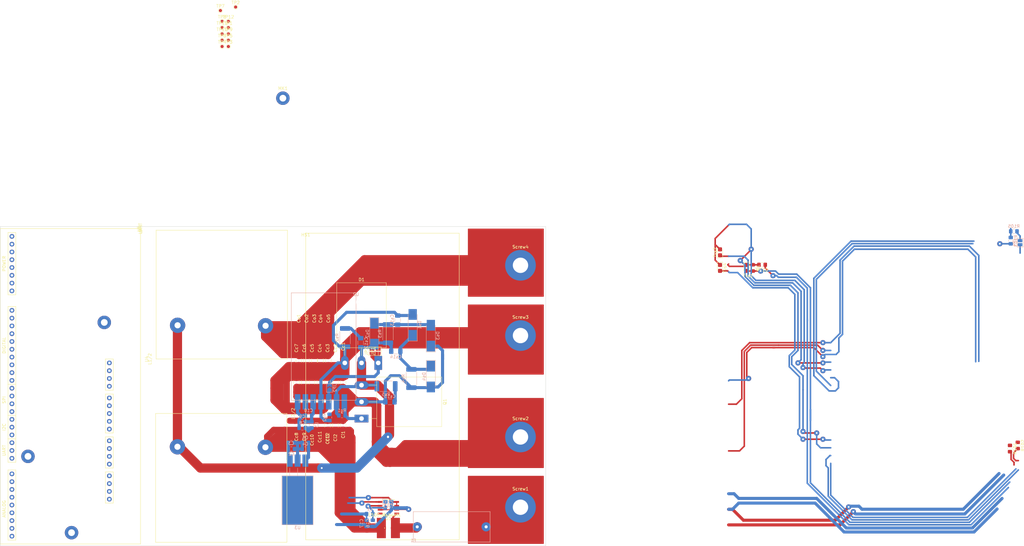
<source format=kicad_pcb>
(kicad_pcb (version 20171130) (host pcbnew 5.0.0)
  (layers (0 F.Cu signal) (31 B.Cu signal) (34 B.Paste user) (35 F.Paste user) (36 B.SilkS user) (37 F.SilkS user) (38 B.Mask user) (39 F.Mask user) (44 Edge.Cuts user))
  (net 0 "")
  (net 1 /Vb_sen+)
  (net 2 /-B)
  (net 3 /Vp_sen-)
  (net 4 /+Vp)
  (net 5 /Vp_sen+)
  (net 6 /Vbat_adc+)
  (net 7 /Ipanel_adc+)
  (net 8 /Vpanel_adc+)
  (net 9 /+B)
  (net 10 /-Vp)
  (net 11 /+18V_OUT)
  (net 12 GND)
  (net 13 +12V)
  (net 14 /Rs-)
  (net 15 GNDA)
  (net 16 /INA240_OUT)
  (net 17 +5VA)
  (net 18 "Net-(F1-Pad2)")
  (net 19 "Net-(U5-Pad36)")
  (net 20 "Net-(U5-Pad35)")
  (net 21 "Net-(U5-Pad34)")
  (net 22 "Net-(U5-Pad30)")
  (net 23 "Net-(U5-Pad29)")
  (net 24 "Net-(U5-Pad28)")
  (net 25 "Net-(U5-Pad27)")
  (net 26 "Net-(U5-Pad26)")
  (net 27 "Net-(U5-Pad25)")
  (net 28 "Net-(U5-Pad24)")
  (net 29 "Net-(U5-Pad23)")
  (net 30 "Net-(U5-Pad22)")
  (net 31 "Net-(U5-Pad21)")
  (net 32 "Net-(U5-Pad20)")
  (net 33 "Net-(U5-Pad19)")
  (net 34 "Net-(U5-Pad17)")
  (net 35 "Net-(U5-Pad16)")
  (net 36 /PWM)
  (net 37 "Net-(U5-Pad14)")
  (net 38 "Net-(U5-Pad13)")
  (net 39 "Net-(U5-Pad12)")
  (net 40 "Net-(U5-Pad11)")
  (net 41 "Net-(U5-Pad10)")
  (net 42 /BatOVInterrupt)
  (net 43 "Net-(U5-Pad8)")
  (net 44 "Net-(U5-Pad6)")
  (net 45 +5V)
  (net 46 "Net-(U5-Pad4)")
  (net 47 "Net-(U5-Pad2)")
  (net 48 "Net-(U4-Pad9)")
  (net 49 "Net-(U4-Pad8)")
  (net 50 "Net-(U4-Pad7)")
  (net 51 "Net-(U4-Pad6)")
  (net 52 "Net-(C10-Pad1)")
  (net 53 "Net-(D1-Pad1)")
  (net 54 /HS)
  (net 55 /HG)
  (net 56 /LG)
  (net 57 "Net-(Cs15-Pad1)")
  (net 58 "Net-(Cs14-Pad2)")
  (net 59 "Net-(Cs13-Pad2)")
  (net 60 /Vb_sen-)
  (net 61 "Net-(Cs12-Pad2)")
  (module MCCplaca:TO-220-3_Horizontal_TabDown_SMD (layer B.Cu) (at 173.101 120.777)
    (fp_text reference U3 (at 2.54 20.58) (layer B.SilkS) (effects (justify mirror)))
    (fp_text value LM7812_TO220)
    (pad 3 smd rect (at 5.08 -1.27) (size 1.905 4) (layers B.Cu B.Paste B.Mask) (net 13 +12V))
    (pad 2 smd rect (at 2.54 -1.27) (size 1.905 4) (layers B.Cu B.Paste B.Mask) (net 12 GND))
    (pad 1 smd rect (at 0 -1.27) (size 1.905 4) (layers B.Cu B.Paste B.Mask) (net 11 /+18V_OUT))
    (pad "" smd rect (at 2.54 11.684) (size 10 16) (layers B.Cu B.Paste B.Mask))
  )
  (module MCCplaca:Signals (layer F.Cu) (at 127 86.36 270)
    (fp_text reference U4 (at 0 0.5 270) (layer F.SilkS))
    (fp_text value Signals_MCC)
    (pad 16 thru_hole circle (at 43.18 12.7 270) (size 1.524 1.524) (drill 0.762) (layers *.Cu *.Mask) (net 15 GNDA))
    (pad 15 thru_hole circle (at 40.64 12.7 270) (size 1.524 1.524) (drill 0.762) (layers *.Cu *.Mask) (net 36 /PWM))
    (pad 14 thru_hole circle (at 38.1 12.7 270) (size 1.524 1.524) (drill 0.762) (layers *.Cu *.Mask) (net 42 /BatOVInterrupt))
    (pad 13 thru_hole circle (at 34.29 12.7 270) (size 1.524 1.524) (drill 0.762) (layers *.Cu *.Mask) (net 6 /Vbat_adc+))
    (pad 12 thru_hole circle (at 31.75 12.7 270) (size 1.524 1.524) (drill 0.762) (layers *.Cu *.Mask) (net 15 GNDA))
    (pad 11 thru_hole circle (at 29.21 12.7 270) (size 1.524 1.524) (drill 0.762) (layers *.Cu *.Mask) (net 60 /Vb_sen-))
    (pad 10 thru_hole circle (at 26.67 12.7 270) (size 1.524 1.524) (drill 0.762) (layers *.Cu *.Mask) (net 1 /Vb_sen+))
    (pad 9 thru_hole circle (at 22.86 12.7 270) (size 1.524 1.524) (drill 0.762) (layers *.Cu *.Mask) (net 48 "Net-(U4-Pad9)"))
    (pad 8 thru_hole circle (at 20.32 12.7 270) (size 1.524 1.524) (drill 0.762) (layers *.Cu *.Mask) (net 49 "Net-(U4-Pad8)"))
    (pad 7 thru_hole circle (at 17.78 12.7 270) (size 1.524 1.524) (drill 0.762) (layers *.Cu *.Mask) (net 50 "Net-(U4-Pad7)"))
    (pad 6 thru_hole circle (at 15.24 12.7 270) (size 1.524 1.524) (drill 0.762) (layers *.Cu *.Mask) (net 51 "Net-(U4-Pad6)"))
    (pad 5 thru_hole circle (at 12.7 12.7 270) (size 1.524 1.524) (drill 0.762) (layers *.Cu *.Mask) (net 15 GNDA))
    (pad 4 thru_hole circle (at 8.89 12.7 270) (size 1.524 1.524) (drill 0.762) (layers *.Cu *.Mask) (net 8 /Vpanel_adc+))
    (pad 3 thru_hole circle (at 6.35 12.7 270) (size 1.524 1.524) (drill 0.762) (layers *.Cu *.Mask) (net 15 GNDA))
    (pad 2 thru_hole circle (at 3.81 12.7 270) (size 1.524 1.524) (drill 0.762) (layers *.Cu *.Mask) (net 5 /Vp_sen+))
    (pad 1 thru_hole circle (at 1.27 12.7 270) (size 1.524 1.524) (drill 0.762) (layers *.Cu *.Mask) (net 3 /Vp_sen-))
    (pad 17 thru_hole circle (at 45.72 12.7 270) (size 1.524 1.524) (drill 0.762) (layers *.Cu *.Mask) (net 17 +5VA))
  )
  (module Jumper:SolderJumper-2_P1.3mm_Open_Pad1.0x1.5mm (layer B.Cu) (at 411.099 48.402 270)
    (fp_text reference JP4 (at 0 1.8 270) (layer B.SilkS) (effects (justify mirror)))
    (fp_text value VBat-Sen)
    (pad 2 smd rect (at 0.65 0 270) (size 1 1.5) (layers B.Cu B.Mask) (net 2 /-B) (clearance 0.0001))
    (pad 1 smd rect (at -0.65 0 270) (size 1 1.5) (layers B.Cu B.Mask) (net 60 /Vb_sen-) (clearance 0.00001))
  )
  (module Capacitor_SMD:C_0805_2012Metric_Pad1.15x1.40mm_HandSolder (layer B.Cu) (at 198.12 139.954 270)
    (fp_text reference C17 (at 0 1.65 270) (layer B.SilkS) (effects (justify mirror)))
    (fp_text value 100nF)
    (pad 2 smd roundrect (at 1.025 0 270) (size 1.15 1.4) (layers B.Cu B.Paste B.Mask) (roundrect_rratio 0.217391) (net 12 GND))
    (pad 1 smd roundrect (at -1.025 0 270) (size 1.15 1.4) (layers B.Cu B.Paste B.Mask) (roundrect_rratio 0.217391) (net 45 +5V))
  )
  (module Capacitor_SMD:C_0805_2012Metric_Pad1.15x1.40mm_HandSolder (layer B.Cu) (at 200.152 139.954 270)
    (fp_text reference C16 (at 0 1.65 270) (layer B.SilkS) (effects (justify mirror)))
    (fp_text value 100nF)
    (pad 1 smd roundrect (at -1.025 0 270) (size 1.15 1.4) (layers B.Cu B.Paste B.Mask) (roundrect_rratio 0.217391) (net 17 +5VA))
    (pad 2 smd roundrect (at 1.025 0 270) (size 1.15 1.4) (layers B.Cu B.Paste B.Mask) (roundrect_rratio 0.217391) (net 12 GND))
  )
  (module Inductor_SMD:L_0805_2012Metric_Pad1.15x1.40mm_HandSolder (layer B.Cu) (at 199.136 136.906 180)
    (fp_text reference L1 (at 0 1.65 180) (layer B.SilkS) (effects (justify mirror)))
    (fp_text value L_Small)
    (pad 1 smd roundrect (at -1.025 0 180) (size 1.15 1.4) (layers B.Cu B.Paste B.Mask) (roundrect_rratio 0.217391) (net 17 +5VA))
    (pad 2 smd roundrect (at 1.025 0 180) (size 1.15 1.4) (layers B.Cu B.Paste B.Mask) (roundrect_rratio 0.217391) (net 45 +5V))
  )
  (module Resistor_SMD:R_0805_2012Metric_Pad1.15x1.40mm_HandSolder (layer B.Cu) (at 186.055 105.41 270)
    (fp_text reference Rg2 (at 0 1.65 270) (layer B.SilkS) (effects (justify mirror)))
    (fp_text value 10k)
    (pad 2 smd roundrect (at 1.025 0 270) (size 1.15 1.4) (layers B.Cu B.Paste B.Mask) (roundrect_rratio 0.217391) (net 2 /-B))
    (pad 1 smd roundrect (at -1.025 0 270) (size 1.15 1.4) (layers B.Cu B.Paste B.Mask) (roundrect_rratio 0.217391) (net 56 /LG))
  )
  (module Resistor_SMD:R_0805_2012Metric_Pad1.15x1.40mm_HandSolder (layer B.Cu) (at 190.11 104.775 180)
    (fp_text reference Rg1 (at 0 1.65 180) (layer B.SilkS) (effects (justify mirror)))
    (fp_text value 10k)
    (pad 1 smd roundrect (at -1.025 0 180) (size 1.15 1.4) (layers B.Cu B.Paste B.Mask) (roundrect_rratio 0.217391) (net 55 /HG))
    (pad 2 smd roundrect (at 1.025 0 180) (size 1.15 1.4) (layers B.Cu B.Paste B.Mask) (roundrect_rratio 0.217391) (net 54 /HS))
  )
  (module "MCCplaca:Driver_(INEP)_SMD" (layer B.Cu) (at 194.691 64.77 180)
    (fp_text reference U2 (at 0 -0.5 180) (layer B.SilkS) (effects (justify mirror)))
    (fp_text value "DRIVER_(INEP)")
    (pad 5 smd rect (at 13.97 -35.56) (size 1.8 5) (layers B.Cu B.Paste B.Mask) (net 52 "Net-(C10-Pad1)"))
    (pad 6 smd rect (at 16.51 -35.56) (size 1.8 5) (layers B.Cu B.Paste B.Mask) (net 36 /PWM))
    (pad 4 smd rect (at 11.43 -35.56) (size 1.8 5) (layers B.Cu B.Paste B.Mask) (net 2 /-B))
    (pad 3 smd rect (at 8.89 -35.56) (size 1.8 5) (layers B.Cu B.Paste B.Mask) (net 56 /LG))
    (pad 7 smd rect (at 19.05 -35.56) (size 1.8 5) (layers B.Cu B.Paste B.Mask) (net 12 GND))
    (pad 1 smd rect (at 3.81 -35.56) (size 1.8 5) (layers B.Cu B.Paste B.Mask) (net 55 /HG))
    (pad 2 smd rect (at 6.35 -35.56) (size 1.8 5) (layers B.Cu B.Paste B.Mask) (net 54 /HS))
  )
  (module Diode_SMD:D_MELF_Handsoldering (layer B.Cu) (at 200.66 78.105 270)
    (fp_text reference Ds2 (at 0 2.25 270) (layer B.SilkS) (effects (justify mirror)))
    (fp_text value BYD77)
    (pad 2 smd rect (at 3.4 0 270) (size 3.5 2.7) (layers B.Cu B.Paste B.Mask) (net 54 /HS))
    (pad 1 smd rect (at -3.4 0 270) (size 3.5 2.7) (layers B.Cu B.Paste B.Mask) (net 59 "Net-(Cs13-Pad2)"))
  )
  (module Capacitor_SMD:C_1206_3216Metric_Pad1.42x1.75mm_HandSolder (layer B.Cu) (at 196.215 81.0625 90)
    (fp_text reference Cs12 (at 0 1.82 90) (layer B.SilkS) (effects (justify mirror)))
    (fp_text value 100nF)
    (pad 1 smd roundrect (at -1.4875 0 90) (size 1.425 1.75) (layers B.Cu B.Paste B.Mask) (roundrect_rratio 0.175439) (net 54 /HS))
    (pad 2 smd roundrect (at 1.4875 0 90) (size 1.425 1.75) (layers B.Cu B.Paste B.Mask) (roundrect_rratio 0.175439) (net 61 "Net-(Cs12-Pad2)"))
  )
  (module Capacitor_SMD:C_1206_3216Metric_Pad1.42x1.75mm_HandSolder (layer B.Cu) (at 208.28 73.66 270)
    (fp_text reference Cs13 (at 0 1.82 270) (layer B.SilkS) (effects (justify mirror)))
    (fp_text value 100nF)
    (pad 1 smd roundrect (at -1.4875 0 270) (size 1.425 1.75) (layers B.Cu B.Paste B.Mask) (roundrect_rratio 0.175439) (net 2 /-B))
    (pad 2 smd roundrect (at 1.4875 0 270) (size 1.425 1.75) (layers B.Cu B.Paste B.Mask) (roundrect_rratio 0.175439) (net 59 "Net-(Cs13-Pad2)"))
  )
  (module Capacitor_SMD:C_1206_3216Metric_Pad1.42x1.75mm_HandSolder (layer B.Cu) (at 207.645 83.82)
    (fp_text reference Cs14 (at 0 1.82) (layer B.SilkS) (effects (justify mirror)))
    (fp_text value 100nF)
    (pad 1 smd roundrect (at -1.4875 0) (size 1.425 1.75) (layers B.Cu B.Paste B.Mask) (roundrect_rratio 0.175439) (net 54 /HS))
    (pad 2 smd roundrect (at 1.4875 0) (size 1.425 1.75) (layers B.Cu B.Paste B.Mask) (roundrect_rratio 0.175439) (net 58 "Net-(Cs14-Pad2)"))
  )
  (module Capacitor_SMD:C_1206_3216Metric_Pad1.42x1.75mm_HandSolder (layer B.Cu) (at 205.74 100.33 180)
    (fp_text reference Cs15 (at 0 1.82 180) (layer B.SilkS) (effects (justify mirror)))
    (fp_text value 100nF)
    (pad 1 smd roundrect (at -1.4875 0 180) (size 1.425 1.75) (layers B.Cu B.Paste B.Mask) (roundrect_rratio 0.175439) (net 57 "Net-(Cs15-Pad1)"))
    (pad 2 smd roundrect (at 1.4875 0 180) (size 1.425 1.75) (layers B.Cu B.Paste B.Mask) (roundrect_rratio 0.175439) (net 4 /+Vp))
  )
  (module Resistor_SMD:R_2512_6332Metric_Pad1.52x3.35mm_HandSolder (layer B.Cu) (at 191.135 79.375 270)
    (fp_text reference Rs2 (at 0 2.62 270) (layer B.SilkS) (effects (justify mirror)))
    (fp_text value 100)
    (pad 1 smd roundrect (at -2.9875 0 270) (size 1.525 3.35) (layers B.Cu B.Paste B.Mask) (roundrect_rratio 0.163934) (net 61 "Net-(Cs12-Pad2)"))
    (pad 2 smd roundrect (at 2.9875 0 270) (size 1.525 3.35) (layers B.Cu B.Paste B.Mask) (roundrect_rratio 0.163934) (net 2 /-B))
  )
  (module Resistor_SMD:R_2512_6332Metric_Pad1.52x3.35mm_HandSolder (layer B.Cu) (at 205.105 78.105 270)
    (fp_text reference Rs3 (at 0 2.62 270) (layer B.SilkS) (effects (justify mirror)))
    (fp_text value 100)
    (pad 1 smd roundrect (at -2.9875 0 270) (size 1.525 3.35) (layers B.Cu B.Paste B.Mask) (roundrect_rratio 0.163934) (net 59 "Net-(Cs13-Pad2)"))
    (pad 2 smd roundrect (at 2.9875 0 270) (size 1.525 3.35) (layers B.Cu B.Paste B.Mask) (roundrect_rratio 0.163934) (net 54 /HS))
  )
  (module Resistor_SMD:R_2512_6332Metric_Pad1.52x3.35mm_HandSolder (layer B.Cu) (at 212.725 92.71 270)
    (fp_text reference Rs4 (at 0 2.62 270) (layer B.SilkS) (effects (justify mirror)))
    (fp_text value 100)
    (pad 2 smd roundrect (at 2.9875 0 270) (size 1.525 3.35) (layers B.Cu B.Paste B.Mask) (roundrect_rratio 0.163934) (net 4 /+Vp))
    (pad 1 smd roundrect (at -2.9875 0 270) (size 1.525 3.35) (layers B.Cu B.Paste B.Mask) (roundrect_rratio 0.163934) (net 58 "Net-(Cs14-Pad2)"))
  )
  (module Resistor_SMD:R_2512_6332Metric_Pad1.52x3.35mm_HandSolder (layer B.Cu) (at 204.47 95.25)
    (fp_text reference Rs5 (at 0 2.62) (layer B.SilkS) (effects (justify mirror)))
    (fp_text value 100)
    (pad 1 smd roundrect (at -2.9875 0) (size 1.525 3.35) (layers B.Cu B.Paste B.Mask) (roundrect_rratio 0.163934) (net 54 /HS))
    (pad 2 smd roundrect (at 2.9875 0) (size 1.525 3.35) (layers B.Cu B.Paste B.Mask) (roundrect_rratio 0.163934) (net 57 "Net-(Cs15-Pad1)"))
  )
  (module Jumper:SolderJumper-2_P1.3mm_Open_Pad1.0x1.5mm (layer F.Cu) (at 199.898 83.82 90)
    (fp_text reference JP3 (at 0 -1.8 90) (layer F.SilkS))
    (fp_text value "Diode On")
    (pad 1 smd rect (at -0.65 0 90) (size 1 1.5) (layers F.Cu F.Mask) (net 53 "Net-(D1-Pad1)"))
    (pad 2 smd rect (at 0.65 0 90) (size 1 1.5) (layers F.Cu F.Mask) (net 2 /-B) (clearance 0.295))
  )
  (module Jumper:SolderJumper-2_P1.3mm_Open_Pad1.0x1.5mm (layer F.Cu) (at 201.93 83.82 90)
    (fp_text reference JP1 (at 0 -1.8 90) (layer F.SilkS))
    (fp_text value "Diode On")
    (pad 2 smd rect (at 0.65 0 90) (size 1 1.5) (layers F.Cu F.Mask) (net 2 /-B) (clearance 0.295))
    (pad 1 smd rect (at -0.65 0 90) (size 1 1.5) (layers F.Cu F.Mask) (net 53 "Net-(D1-Pad1)"))
  )
  (module Jumper:SolderJumper-2_P1.3mm_Open_TrianglePad1.0x1.5mm (layer B.Cu) (at 186.055 95.795 90)
    (fp_text reference JP2 (at 0 1.8 90) (layer B.SilkS) (effects (justify mirror)))
    (fp_text value MosfetOn)
    (pad 1 smd custom (at -0.725 0 90) (size 0.3 0.3) (layers B.Cu B.Mask) (net 56 /LG) (options (clearance outline) (anchor rect)) (primitives (gr_poly (pts (xy -0.5 0.75) (xy 0.5 0.75) (xy 1 0) (xy 0.5 -0.75) (xy -0.5 -0.75)) (width 0))))
    (pad 2 smd custom (at 0.725 0 90) (size 0.3 0.3) (layers B.Cu B.Mask) (net 53 "Net-(D1-Pad1)") (options (clearance outline) (anchor rect)) (primitives (gr_poly (pts (xy -0.65 0.75) (xy 0.5 0.75) (xy 0.5 -0.75) (xy -0.65 -0.75) (xy -0.15 0)) (width 0))))
  )
  (module Capacitor_SMD:C_0805_2012Metric_Pad1.15x1.40mm_HandSolder (layer F.Cu) (at 323.977 56.642 270)
    (fp_text reference C1 (at 0 -1.65 270) (layer F.SilkS))
    (fp_text value 1uF)
    (pad 1 smd roundrect (at -1.025 0 270) (size 1.15 1.4) (layers F.Cu F.Paste F.Mask) (roundrect_rratio 0.217391) (net 7 /Ipanel_adc+))
    (pad 2 smd roundrect (at 1.025 0 270) (size 1.15 1.4) (layers F.Cu F.Paste F.Mask) (roundrect_rratio 0.217391) (net 15 GNDA))
  )
  (module Capacitor_SMD:C_0805_2012Metric_Pad1.15x1.40mm_HandSolder (layer B.Cu) (at 205.232 134.874 180)
    (fp_text reference C11 (at 0 1.65 180) (layer B.SilkS) (effects (justify mirror)))
    (fp_text value 100nF)
    (pad 2 smd roundrect (at 1.025 0 180) (size 1.15 1.4) (layers B.Cu B.Paste B.Mask) (roundrect_rratio 0.217391) (net 17 +5VA))
    (pad 1 smd roundrect (at -1.025 0 180) (size 1.15 1.4) (layers B.Cu B.Paste B.Mask) (roundrect_rratio 0.217391) (net 12 GND))
  )
  (module Capacitor_SMD:C_0805_2012Metric_Pad1.15x1.40mm_HandSolder (layer B.Cu) (at 179.197 104.775 180)
    (fp_text reference C10 (at 0 1.65 180) (layer B.SilkS) (effects (justify mirror)))
    (fp_text value 10uF)
    (pad 1 smd roundrect (at -1.025 0 180) (size 1.15 1.4) (layers B.Cu B.Paste B.Mask) (roundrect_rratio 0.217391) (net 52 "Net-(C10-Pad1)"))
    (pad 2 smd roundrect (at 1.025 0 180) (size 1.15 1.4) (layers B.Cu B.Paste B.Mask) (roundrect_rratio 0.217391) (net 12 GND))
  )
  (module Capacitor_SMD:C_0805_2012Metric_Pad1.15x1.40mm_HandSolder (layer B.Cu) (at 177.165 106.807 180)
    (fp_text reference C9 (at 0 1.65 180) (layer B.SilkS) (effects (justify mirror)))
    (fp_text value 100nF)
    (pad 2 smd roundrect (at 1.025 0 180) (size 1.15 1.4) (layers B.Cu B.Paste B.Mask) (roundrect_rratio 0.217391) (net 12 GND))
    (pad 1 smd roundrect (at -1.025 0 180) (size 1.15 1.4) (layers B.Cu B.Paste B.Mask) (roundrect_rratio 0.217391) (net 52 "Net-(C10-Pad1)"))
  )
  (module Capacitor_SMD:C_0805_2012Metric_Pad1.15x1.40mm_HandSolder (layer B.Cu) (at 177.165 108.839 180)
    (fp_text reference C8 (at 0 1.65 180) (layer B.SilkS) (effects (justify mirror)))
    (fp_text value 100nF)
    (pad 1 smd roundrect (at -1.025 0 180) (size 1.15 1.4) (layers B.Cu B.Paste B.Mask) (roundrect_rratio 0.217391) (net 13 +12V))
    (pad 2 smd roundrect (at 1.025 0 180) (size 1.15 1.4) (layers B.Cu B.Paste B.Mask) (roundrect_rratio 0.217391) (net 12 GND))
  )
  (module Capacitor_SMD:C_0805_2012Metric_Pad1.15x1.40mm_HandSolder (layer B.Cu) (at 173.609 113.665)
    (fp_text reference C3 (at -0.065001 0.179001) (layer B.SilkS) (effects (justify mirror)))
    (fp_text value 100nF)
    (pad 2 smd roundrect (at 1.025 0) (size 1.15 1.4) (layers B.Cu B.Paste B.Mask) (roundrect_rratio 0.217391) (net 12 GND))
    (pad 1 smd roundrect (at -1.025 0) (size 1.15 1.4) (layers B.Cu B.Paste B.Mask) (roundrect_rratio 0.217391) (net 11 /+18V_OUT))
  )
  (module Capacitor_SMD:C_0805_2012Metric_Pad1.15x1.40mm_HandSolder (layer B.Cu) (at 178.181 115.697 180)
    (fp_text reference C4 (at 0 1.65 180) (layer B.SilkS) (effects (justify mirror)))
    (fp_text value 100nF)
    (pad 1 smd roundrect (at -1.025 0 180) (size 1.15 1.4) (layers B.Cu B.Paste B.Mask) (roundrect_rratio 0.217391) (net 13 +12V))
    (pad 2 smd roundrect (at 1.025 0 180) (size 1.15 1.4) (layers B.Cu B.Paste B.Mask) (roundrect_rratio 0.217391) (net 12 GND))
  )
  (module Capacitor_SMD:C_0805_2012Metric_Pad1.15x1.40mm_HandSolder (layer B.Cu) (at 178.181 113.665 180)
    (fp_text reference C5 (at 0 1.65 180) (layer B.SilkS) (effects (justify mirror)))
    (fp_text value 10uF)
    (pad 2 smd roundrect (at 1.025 0 180) (size 1.15 1.4) (layers B.Cu B.Paste B.Mask) (roundrect_rratio 0.217391) (net 12 GND))
    (pad 1 smd roundrect (at -1.025 0 180) (size 1.15 1.4) (layers B.Cu B.Paste B.Mask) (roundrect_rratio 0.217391) (net 13 +12V))
  )
  (module Capacitor_SMD:C_0805_2012Metric_Pad1.15x1.40mm_HandSolder (layer B.Cu) (at 173.609 115.697)
    (fp_text reference C2 (at 0 1.65) (layer B.SilkS) (effects (justify mirror)))
    (fp_text value 10uF)
    (pad 2 smd roundrect (at 1.025 0) (size 1.15 1.4) (layers B.Cu B.Paste B.Mask) (roundrect_rratio 0.217391) (net 12 GND))
    (pad 1 smd roundrect (at -1.025 0) (size 1.15 1.4) (layers B.Cu B.Paste B.Mask) (roundrect_rratio 0.217391) (net 11 /+18V_OUT))
  )
  (module Capacitor_SMD:C_1206_3216Metric_Pad1.42x1.75mm_HandSolder (layer F.Cu) (at 190.5 107.9865 90)
    (fp_text reference Ci1 (at -3.048 0 90) (layer F.SilkS))
    (fp_text value "4,7uF 50V")
    (pad 2 smd roundrect (at 1.4875 0 90) (size 1.425 1.75) (layers F.Cu F.Paste F.Mask) (roundrect_rratio 0.175439) (net 4 /+Vp))
    (pad 1 smd roundrect (at -1.4875 0 90) (size 1.425 1.75) (layers F.Cu F.Paste F.Mask) (roundrect_rratio 0.175439) (net 10 /-Vp))
  )
  (module Capacitor_SMD:C_1206_3216Metric_Pad1.42x1.75mm_HandSolder (layer F.Cu) (at 187.96 107.9865 90)
    (fp_text reference Ci2 (at -4.064 0 90) (layer F.SilkS))
    (fp_text value "4,7uF 50V")
    (pad 1 smd roundrect (at -1.4875 0 90) (size 1.425 1.75) (layers F.Cu F.Paste F.Mask) (roundrect_rratio 0.175439) (net 10 /-Vp))
    (pad 2 smd roundrect (at 1.4875 0 90) (size 1.425 1.75) (layers F.Cu F.Paste F.Mask) (roundrect_rratio 0.175439) (net 4 /+Vp))
  )
  (module Capacitor_SMD:C_1206_3216Metric_Pad1.42x1.75mm_HandSolder (layer F.Cu) (at 185.42 107.9865 90)
    (fp_text reference Ci3 (at -4.064 0 90) (layer F.SilkS))
    (fp_text value "4,7uF 50V")
    (pad 2 smd roundrect (at 1.4875 0 90) (size 1.425 1.75) (layers F.Cu F.Paste F.Mask) (roundrect_rratio 0.175439) (net 4 /+Vp))
    (pad 1 smd roundrect (at -1.4875 0 90) (size 1.425 1.75) (layers F.Cu F.Paste F.Mask) (roundrect_rratio 0.175439) (net 10 /-Vp))
  )
  (module Capacitor_SMD:C_1206_3216Metric_Pad1.42x1.75mm_HandSolder (layer F.Cu) (at 185.674 86.868 90)
    (fp_text reference Co5 (at 13.716 0 90) (layer F.SilkS))
    (fp_text value "2.2uF 100V")
    (pad 1 smd roundrect (at -1.4875 0 90) (size 1.425 1.75) (layers F.Cu F.Paste F.Mask) (roundrect_rratio 0.175439) (net 2 /-B))
    (pad 2 smd roundrect (at 1.4875 0 90) (size 1.425 1.75) (layers F.Cu F.Paste F.Mask) (roundrect_rratio 0.175439) (net 9 /+B))
  )
  (module Capacitor_SMD:C_1206_3216Metric_Pad1.42x1.75mm_HandSolder (layer F.Cu) (at 183.134 86.868 90)
    (fp_text reference Co4 (at 13.716 0 90) (layer F.SilkS))
    (fp_text value "2.2uF 100V")
    (pad 2 smd roundrect (at 1.4875 0 90) (size 1.425 1.75) (layers F.Cu F.Paste F.Mask) (roundrect_rratio 0.175439) (net 9 /+B))
    (pad 1 smd roundrect (at -1.4875 0 90) (size 1.425 1.75) (layers F.Cu F.Paste F.Mask) (roundrect_rratio 0.175439) (net 2 /-B))
  )
  (module Capacitor_SMD:C_1206_3216Metric_Pad1.42x1.75mm_HandSolder (layer F.Cu) (at 181.102 86.868 90)
    (fp_text reference Co3 (at 13.716 0 90) (layer F.SilkS))
    (fp_text value "2.2uF 100V")
    (pad 1 smd roundrect (at -1.4875 0 90) (size 1.425 1.75) (layers F.Cu F.Paste F.Mask) (roundrect_rratio 0.175439) (net 2 /-B))
    (pad 2 smd roundrect (at 1.4875 0 90) (size 1.425 1.75) (layers F.Cu F.Paste F.Mask) (roundrect_rratio 0.175439) (net 9 /+B))
  )
  (module Capacitor_SMD:C_1206_3216Metric_Pad1.42x1.75mm_HandSolder (layer F.Cu) (at 178.562 86.868 90)
    (fp_text reference Co2 (at 13.716 0 90) (layer F.SilkS))
    (fp_text value "2.2uF 100V")
    (pad 2 smd roundrect (at 1.4875 0 90) (size 1.425 1.75) (layers F.Cu F.Paste F.Mask) (roundrect_rratio 0.175439) (net 9 /+B))
    (pad 1 smd roundrect (at -1.4875 0 90) (size 1.425 1.75) (layers F.Cu F.Paste F.Mask) (roundrect_rratio 0.175439) (net 2 /-B))
  )
  (module Capacitor_SMD:C_1206_3216Metric_Pad1.42x1.75mm_HandSolder (layer F.Cu) (at 176.022 86.868 90)
    (fp_text reference Co1 (at 13.716 0 90) (layer F.SilkS))
    (fp_text value "2.2uF 100V")
    (pad 1 smd roundrect (at -1.4875 0 90) (size 1.425 1.75) (layers F.Cu F.Paste F.Mask) (roundrect_rratio 0.175439) (net 2 /-B))
    (pad 2 smd roundrect (at 1.4875 0 90) (size 1.425 1.75) (layers F.Cu F.Paste F.Mask) (roundrect_rratio 0.175439) (net 9 /+B))
  )
  (module Capacitor_SMD:C_1206_3216Metric_Pad1.42x1.75mm_HandSolder (layer F.Cu) (at 182.88 100.076 270)
    (fp_text reference Cc11 (at 11.684 0 270) (layer F.SilkS))
    (fp_text value "1uF 100V")
    (pad 2 smd roundrect (at 1.4875 0 270) (size 1.425 1.75) (layers F.Cu F.Paste F.Mask) (roundrect_rratio 0.175439) (net 2 /-B))
    (pad 1 smd roundrect (at -1.4875 0 270) (size 1.425 1.75) (layers F.Cu F.Paste F.Mask) (roundrect_rratio 0.175439) (net 4 /+Vp))
  )
  (module Capacitor_SMD:C_1206_3216Metric_Pad1.42x1.75mm_HandSolder (layer F.Cu) (at 185.42 100.076 270)
    (fp_text reference Cc12 (at 12.192 0 270) (layer F.SilkS))
    (fp_text value "1uF 100V")
    (pad 1 smd roundrect (at -1.4875 0 270) (size 1.425 1.75) (layers F.Cu F.Paste F.Mask) (roundrect_rratio 0.175439) (net 4 /+Vp))
    (pad 2 smd roundrect (at 1.4875 0 270) (size 1.425 1.75) (layers F.Cu F.Paste F.Mask) (roundrect_rratio 0.175439) (net 2 /-B))
  )
  (module Capacitor_SMD:C_1206_3216Metric_Pad1.42x1.75mm_HandSolder (layer F.Cu) (at 175.26 100.076 270)
    (fp_text reference Cc8 (at 11.684 0 270) (layer F.SilkS))
    (fp_text value "1uF 100V")
    (pad 2 smd roundrect (at 1.4875 0 270) (size 1.425 1.75) (layers F.Cu F.Paste F.Mask) (roundrect_rratio 0.175439) (net 2 /-B))
    (pad 1 smd roundrect (at -1.4875 0 270) (size 1.425 1.75) (layers F.Cu F.Paste F.Mask) (roundrect_rratio 0.175439) (net 4 /+Vp))
  )
  (module Capacitor_SMD:C_1206_3216Metric_Pad1.42x1.75mm_HandSolder (layer F.Cu) (at 180.34 100.076 270)
    (fp_text reference Cc10 (at 12.7 0 270) (layer F.SilkS))
    (fp_text value "1uF 100V")
    (pad 1 smd roundrect (at -1.4875 0 270) (size 1.425 1.75) (layers F.Cu F.Paste F.Mask) (roundrect_rratio 0.175439) (net 4 /+Vp))
    (pad 2 smd roundrect (at 1.4875 0 270) (size 1.425 1.75) (layers F.Cu F.Paste F.Mask) (roundrect_rratio 0.175439) (net 2 /-B))
  )
  (module Capacitor_SMD:C_1206_3216Metric_Pad1.42x1.75mm_HandSolder (layer F.Cu) (at 177.8 100.076 270)
    (fp_text reference Cc9 (at 11.684 0 270) (layer F.SilkS))
    (fp_text value "1uF 100V")
    (pad 2 smd roundrect (at 1.4875 0 270) (size 1.425 1.75) (layers F.Cu F.Paste F.Mask) (roundrect_rratio 0.175439) (net 2 /-B))
    (pad 1 smd roundrect (at -1.4875 0 270) (size 1.425 1.75) (layers F.Cu F.Paste F.Mask) (roundrect_rratio 0.175439) (net 4 /+Vp))
  )
  (module Capacitor_SMD:C_1206_3216Metric_Pad1.42x1.75mm_HandSolder (layer F.Cu) (at 190.5 93.98 90)
    (fp_text reference Cc1 (at 11.684 0 90) (layer F.SilkS))
    (fp_text value "1uF 100V")
    (pad 1 smd roundrect (at -1.4875 0 90) (size 1.425 1.75) (layers F.Cu F.Paste F.Mask) (roundrect_rratio 0.175439) (net 4 /+Vp))
    (pad 2 smd roundrect (at 1.4875 0 90) (size 1.425 1.75) (layers F.Cu F.Paste F.Mask) (roundrect_rratio 0.175439) (net 2 /-B))
  )
  (module Capacitor_SMD:C_1206_3216Metric_Pad1.42x1.75mm_HandSolder (layer F.Cu) (at 187.96 93.98 90)
    (fp_text reference Cc2 (at 11.176 0 90) (layer F.SilkS))
    (fp_text value "1uF 100V")
    (pad 2 smd roundrect (at 1.4875 0 90) (size 1.425 1.75) (layers F.Cu F.Paste F.Mask) (roundrect_rratio 0.175439) (net 2 /-B))
    (pad 1 smd roundrect (at -1.4875 0 90) (size 1.425 1.75) (layers F.Cu F.Paste F.Mask) (roundrect_rratio 0.175439) (net 4 /+Vp))
  )
  (module Capacitor_SMD:C_1206_3216Metric_Pad1.42x1.75mm_HandSolder (layer F.Cu) (at 182.88 93.98 90)
    (fp_text reference Cc4 (at 11.176 0 90) (layer F.SilkS))
    (fp_text value "1uF 100V")
    (pad 1 smd roundrect (at -1.4875 0 90) (size 1.425 1.75) (layers F.Cu F.Paste F.Mask) (roundrect_rratio 0.175439) (net 4 /+Vp))
    (pad 2 smd roundrect (at 1.4875 0 90) (size 1.425 1.75) (layers F.Cu F.Paste F.Mask) (roundrect_rratio 0.175439) (net 2 /-B))
  )
  (module Capacitor_SMD:C_1206_3216Metric_Pad1.42x1.75mm_HandSolder (layer F.Cu) (at 180.34 93.98 90)
    (fp_text reference Cc5 (at 11.176 0 90) (layer F.SilkS))
    (fp_text value "1uF 100V")
    (pad 2 smd roundrect (at 1.4875 0 90) (size 1.425 1.75) (layers F.Cu F.Paste F.Mask) (roundrect_rratio 0.175439) (net 2 /-B))
    (pad 1 smd roundrect (at -1.4875 0 90) (size 1.425 1.75) (layers F.Cu F.Paste F.Mask) (roundrect_rratio 0.175439) (net 4 /+Vp))
  )
  (module Capacitor_SMD:C_1206_3216Metric_Pad1.42x1.75mm_HandSolder (layer F.Cu) (at 177.8 93.98 90)
    (fp_text reference Cc6 (at 11.176 0 90) (layer F.SilkS))
    (fp_text value "1uF 100V")
    (pad 1 smd roundrect (at -1.4875 0 90) (size 1.425 1.75) (layers F.Cu F.Paste F.Mask) (roundrect_rratio 0.175439) (net 4 /+Vp))
    (pad 2 smd roundrect (at 1.4875 0 90) (size 1.425 1.75) (layers F.Cu F.Paste F.Mask) (roundrect_rratio 0.175439) (net 2 /-B))
  )
  (module Capacitor_SMD:C_1206_3216Metric_Pad1.42x1.75mm_HandSolder (layer F.Cu) (at 175.26 93.98 90)
    (fp_text reference Cc7 (at 11.176 0 90) (layer F.SilkS))
    (fp_text value "1uF 100V")
    (pad 2 smd roundrect (at 1.4875 0 90) (size 1.425 1.75) (layers F.Cu F.Paste F.Mask) (roundrect_rratio 0.175439) (net 2 /-B))
    (pad 1 smd roundrect (at -1.4875 0 90) (size 1.425 1.75) (layers F.Cu F.Paste F.Mask) (roundrect_rratio 0.175439) (net 4 /+Vp))
  )
  (module Capacitor_SMD:C_1206_3216Metric_Pad1.42x1.75mm_HandSolder (layer F.Cu) (at 185.42 93.98 90)
    (fp_text reference Cc3 (at 11.176 0 270) (layer F.SilkS))
    (fp_text value "1uF 100V")
    (pad 1 smd roundrect (at -1.4875 0 90) (size 1.425 1.75) (layers F.Cu F.Paste F.Mask) (roundrect_rratio 0.175439) (net 4 /+Vp))
    (pad 2 smd roundrect (at 1.4875 0 90) (size 1.425 1.75) (layers F.Cu F.Paste F.Mask) (roundrect_rratio 0.175439) (net 2 /-B))
  )
  (module Diode_SMD:D_0805_2012Metric_Castellated (layer F.Cu) (at 321.945 56.642 270)
    (fp_text reference Tvs1 (at 2.54 -0.508) (layer F.SilkS))
    (fp_text value D_TVS_ALT)
    (pad 2 smd roundrect (at 0.9625 0 270) (size 1.325 1.3) (layers F.Cu F.Paste F.Mask) (roundrect_rratio 0.192308) (net 15 GNDA))
    (pad 1 smd roundrect (at -0.9625 0 270) (size 1.325 1.3) (layers F.Cu F.Paste F.Mask) (roundrect_rratio 0.192308) (net 7 /Ipanel_adc+))
  )
  (module Diode_SMD:D_0805_2012Metric_Castellated (layer F.Cu) (at 313.309 51.562 90)
    (fp_text reference Tvs2 (at 0 -1.6 90) (layer F.SilkS))
    (fp_text value D_TVS_ALT)
    (pad 1 smd roundrect (at -0.9625 0 90) (size 1.325 1.3) (layers F.Cu F.Paste F.Mask) (roundrect_rratio 0.192308) (net 6 /Vbat_adc+))
    (pad 2 smd roundrect (at 0.9625 0 90) (size 1.325 1.3) (layers F.Cu F.Paste F.Mask) (roundrect_rratio 0.192308) (net 15 GNDA))
  )
  (module Diode_SMD:D_0805_2012Metric_Castellated (layer B.Cu) (at 205.232 132.842)
    (fp_text reference Tvs3 (at 0 1.6) (layer B.SilkS) (effects (justify mirror)))
    (fp_text value Tvs)
    (pad 2 smd roundrect (at 0.9625 0) (size 1.325 1.3) (layers B.Cu B.Paste B.Mask) (roundrect_rratio 0.192308) (net 12 GND))
    (pad 1 smd roundrect (at -0.9625 0) (size 1.325 1.3) (layers B.Cu B.Paste B.Mask) (roundrect_rratio 0.192308) (net 17 +5VA))
  )
  (module Diode_SMD:D_0805_2012Metric_Castellated (layer F.Cu) (at 313.309 56.642 270)
    (fp_text reference Tvs4 (at 0 -1.6 270) (layer F.SilkS))
    (fp_text value D_TVS_ALT)
    (pad 1 smd roundrect (at -0.9625 0 270) (size 1.325 1.3) (layers F.Cu F.Paste F.Mask) (roundrect_rratio 0.192308) (net 15 GNDA))
    (pad 2 smd roundrect (at 0.9625 0 270) (size 1.325 1.3) (layers F.Cu F.Paste F.Mask) (roundrect_rratio 0.192308) (net 8 /Vpanel_adc+))
  )
  (module Diode_SMD:D_MELF_Handsoldering (layer B.Cu) (at 219.075 78.74 90)
    (fp_text reference Ds3 (at 0 2.25 90) (layer B.SilkS) (effects (justify mirror)))
    (fp_text value BYD77)
    (pad 2 smd rect (at 3.4 0 90) (size 3.5 2.7) (layers B.Cu B.Paste B.Mask) (net 59 "Net-(Cs13-Pad2)"))
    (pad 1 smd rect (at -3.4 0 90) (size 3.5 2.7) (layers B.Cu B.Paste B.Mask) (net 4 /+Vp))
  )
  (module Diode_SMD:D_MELF_Handsoldering (layer B.Cu) (at 213.16 75.22 90)
    (fp_text reference Ds1 (at 0 2.25 90) (layer B.SilkS) (effects (justify mirror)))
    (fp_text value BYD77)
    (pad 1 smd rect (at -3.4 0 90) (size 3.5 2.7) (layers B.Cu B.Paste B.Mask) (net 58 "Net-(Cs14-Pad2)"))
    (pad 2 smd rect (at 3.4 0 90) (size 3.5 2.7) (layers B.Cu B.Paste B.Mask) (net 2 /-B))
  )
  (module Diode_SMD:D_MELF_Handsoldering (layer B.Cu) (at 219.075 92.075 270)
    (fp_text reference Ds4 (at 0 2.25 270) (layer B.SilkS) (effects (justify mirror)))
    (fp_text value BYD77)
    (pad 1 smd rect (at -3.4 0 270) (size 3.5 2.7) (layers B.Cu B.Paste B.Mask) (net 58 "Net-(Cs14-Pad2)"))
    (pad 2 smd rect (at 3.4 0 270) (size 3.5 2.7) (layers B.Cu B.Paste B.Mask) (net 4 /+Vp))
  )
  (module Inductor_SMD:L_0805_2012Metric_Pad1.15x1.40mm_HandSolder (layer B.Cu) (at 180.213 107.823 90)
    (fp_text reference L3 (at 0 1.65 90) (layer B.SilkS) (effects (justify mirror)))
    (fp_text value L_Small)
    (pad 1 smd roundrect (at -1.025 0 90) (size 1.15 1.4) (layers B.Cu B.Paste B.Mask) (roundrect_rratio 0.217391) (net 13 +12V))
    (pad 2 smd roundrect (at 1.025 0 90) (size 1.15 1.4) (layers B.Cu B.Paste B.Mask) (roundrect_rratio 0.217391) (net 52 "Net-(C10-Pad1)"))
  )
  (module MCCplaca:Inductor_Nocoupled (layer F.Cu) (at 129.54 86.36 90)
    (fp_text reference L1/2 (at 0 -2.032 90) (layer F.SilkS))
    (fp_text value L_Core_Iron_Small)
    (pad 1 thru_hole circle (at 11 7 90) (size 5 5) (drill 2) (layers *.Cu *.Mask) (net 54 /HS))
    (pad 2 thru_hole circle (at 10.844 35.672 270) (size 5 5) (drill 2) (layers *.Cu *.Mask) (net 9 /+B))
  )
  (module MCCplaca:Inductor_Nocoupled (layer F.Cu) (at 172.165001 104.14 270)
    (fp_text reference L2/2 (at 0 -2.032 270) (layer F.SilkS))
    (fp_text value L_Core_Iron_Small)
    (pad 2 thru_hole circle (at 10.844 35.672 90) (size 5 5) (drill 2) (layers *.Cu *.Mask) (net 54 /HS))
    (pad 1 thru_hole circle (at 11 7 270) (size 5 5) (drill 2) (layers *.Cu *.Mask) (net 10 /-Vp))
  )
  (module MCCplaca:Porta_Fusivel (layer B.Cu) (at 213.36 146.05)
    (fp_text reference F1 (at 0 -0.5) (layer B.SilkS) (effects (justify mirror)))
    (fp_text value Fuse)
    (pad 2 thru_hole circle (at 23.7236 -4.953 180) (size 3 3) (drill 1) (layers *.Cu *.Mask) (net 18 "Net-(F1-Pad2)"))
    (pad 1 thru_hole circle (at 1.27 -4.953) (size 3 3) (drill 1) (layers *.Cu *.Mask) (net 14 /Rs-))
  )
  (module MCCplaca:TO-247-3_Horizontal_TabUp (layer F.Cu) (at 201.93 87.63 180)
    (fp_text reference D1 (at 5.45 27.15 180) (layer F.SilkS))
    (fp_text value 80CPQ150PbF)
    (pad 3 thru_hole oval (at 10.9 0 180) (size 2.5 4.5) (drill 1.5) (layers *.Cu *.Mask) (net 2 /-B))
    (pad 2 thru_hole oval (at 5.45 0 180) (size 2.5 4.5) (drill 1.5) (layers *.Cu *.Mask) (net 54 /HS))
    (pad 1 thru_hole rect (at 0 0 180) (size 2.5 4.5) (drill 1.5) (layers *.Cu *.Mask) (net 53 "Net-(D1-Pad1)"))
    (pad "" np_thru_hole oval (at 5.45 19.86 180) (size 3.6 3.6) (drill 3.6) (layers *.Cu *.Mask))
  )
  (module MCCplaca:ZCS18 (layer F.Cu) (at 124.46 43.815 270)
    (fp_text reference U5 (at 0 0.5 270) (layer F.SilkS))
    (fp_text value ZCS)
    (fp_text user ANALOG (at 91.44 44.45 270) (layer F.SilkS))
    (fp_text user UART (at 72.39 44.45 270) (layer F.SilkS))
    (fp_text user UART (at 0 0 270) (layer F.SilkS))
    (fp_text user I2C (at 64.77 44.45 270) (layer F.SilkS))
    (fp_text user SPI (at 55.88 44.45 270) (layer F.SilkS))
    (fp_text user SPI (at 0 0 270) (layer F.SilkS))
    (fp_text user DIGITAL (at 38.1 44.45 270) (layer F.SilkS))
    (fp_text user POWER (at 11.43 44.45 270) (layer F.SilkS))
    (pad 40 thru_hole circle (at 30.608 11.811 270) (size 4.4 4.4) (drill 2.2) (layers *.Cu *.Mask))
    (pad 39 thru_hole circle (at 99.187 22.479 270) (size 4.4 4.4) (drill 2.2) (layers *.Cu *.Mask))
    (pad 38 thru_hole circle (at 74.295 36.679274 270) (size 4.4 4.4) (drill 2.2) (layers *.Cu *.Mask))
    (pad 37 thru_hole circle (at 100.33 41.91 270) (size 1.524 1.524) (drill 0.762) (layers *.Cu *.Mask) (net 15 GNDA))
    (pad 36 thru_hole circle (at 97.79 41.91 270) (size 1.524 1.524) (drill 0.762) (layers *.Cu *.Mask) (net 19 "Net-(U5-Pad36)"))
    (pad 35 thru_hole circle (at 95.25 41.91 270) (size 1.524 1.524) (drill 0.762) (layers *.Cu *.Mask) (net 20 "Net-(U5-Pad35)"))
    (pad 34 thru_hole circle (at 92.71 41.91 270) (size 1.524 1.524) (drill 0.762) (layers *.Cu *.Mask) (net 21 "Net-(U5-Pad34)"))
    (pad 33 thru_hole circle (at 90.17 41.91 270) (size 1.524 1.524) (drill 0.762) (layers *.Cu *.Mask) (net 6 /Vbat_adc+))
    (pad 32 thru_hole circle (at 87.63 41.91 270) (size 1.524 1.524) (drill 0.762) (layers *.Cu *.Mask) (net 7 /Ipanel_adc+))
    (pad 31 thru_hole circle (at 85.09 41.91 270) (size 1.524 1.524) (drill 0.762) (layers *.Cu *.Mask) (net 8 /Vpanel_adc+))
    (pad 30 thru_hole circle (at 82.55 41.91 270) (size 1.524 1.524) (drill 0.762) (layers *.Cu *.Mask) (net 22 "Net-(U5-Pad30)"))
    (pad 29 thru_hole circle (at 80.01 41.91 270) (size 1.524 1.524) (drill 0.762) (layers *.Cu *.Mask) (net 23 "Net-(U5-Pad29)"))
    (pad 28 thru_hole circle (at 74.93 41.91 270) (size 1.524 1.524) (drill 0.762) (layers *.Cu *.Mask) (net 24 "Net-(U5-Pad28)"))
    (pad 27 thru_hole circle (at 72.39 41.91 270) (size 1.524 1.524) (drill 0.762) (layers *.Cu *.Mask) (net 25 "Net-(U5-Pad27)"))
    (pad 26 thru_hole circle (at 69.85 41.91 270) (size 1.524 1.524) (drill 0.762) (layers *.Cu *.Mask) (net 26 "Net-(U5-Pad26)"))
    (pad 25 thru_hole circle (at 67.31 41.91 270) (size 1.524 1.524) (drill 0.762) (layers *.Cu *.Mask) (net 27 "Net-(U5-Pad25)"))
    (pad 24 thru_hole circle (at 64.77 41.91 270) (size 1.524 1.524) (drill 0.762) (layers *.Cu *.Mask) (net 28 "Net-(U5-Pad24)"))
    (pad 23 thru_hole circle (at 62.23 41.91 270) (size 1.524 1.524) (drill 0.762) (layers *.Cu *.Mask) (net 29 "Net-(U5-Pad23)"))
    (pad 22 thru_hole circle (at 59.69 41.91 270) (size 1.524 1.524) (drill 0.762) (layers *.Cu *.Mask) (net 30 "Net-(U5-Pad22)"))
    (pad 21 thru_hole circle (at 57.15 41.91 270) (size 1.524 1.524) (drill 0.762) (layers *.Cu *.Mask) (net 31 "Net-(U5-Pad21)"))
    (pad 20 thru_hole circle (at 54.61 41.91 270) (size 1.524 1.524) (drill 0.762) (layers *.Cu *.Mask) (net 32 "Net-(U5-Pad20)"))
    (pad 19 thru_hole circle (at 52.07 41.91 270) (size 1.524 1.524) (drill 0.762) (layers *.Cu *.Mask) (net 33 "Net-(U5-Pad19)"))
    (pad 18 thru_hole circle (at 49.53 41.91 270) (size 1.524 1.524) (drill 0.762) (layers *.Cu *.Mask) (net 12 GND))
    (pad 17 thru_hole circle (at 46.99 41.91 270) (size 1.524 1.524) (drill 0.762) (layers *.Cu *.Mask) (net 34 "Net-(U5-Pad17)"))
    (pad 16 thru_hole circle (at 44.45 41.91 270) (size 1.524 1.524) (drill 0.762) (layers *.Cu *.Mask) (net 35 "Net-(U5-Pad16)"))
    (pad 15 thru_hole circle (at 41.91 41.91 270) (size 1.524 1.524) (drill 0.762) (layers *.Cu *.Mask) (net 36 /PWM))
    (pad 14 thru_hole circle (at 39.37 41.91 270) (size 1.524 1.524) (drill 0.762) (layers *.Cu *.Mask) (net 37 "Net-(U5-Pad14)"))
    (pad 13 thru_hole circle (at 36.83 41.91 270) (size 1.524 1.524) (drill 0.762) (layers *.Cu *.Mask) (net 38 "Net-(U5-Pad13)"))
    (pad 12 thru_hole circle (at 34.29 41.91 270) (size 1.524 1.524) (drill 0.762) (layers *.Cu *.Mask) (net 39 "Net-(U5-Pad12)"))
    (pad 11 thru_hole circle (at 31.75 41.91 270) (size 1.524 1.524) (drill 0.762) (layers *.Cu *.Mask) (net 40 "Net-(U5-Pad11)"))
    (pad 10 thru_hole circle (at 29.21 41.91 270) (size 1.524 1.524) (drill 0.762) (layers *.Cu *.Mask) (net 41 "Net-(U5-Pad10)"))
    (pad 9 thru_hole circle (at 26.67 41.91 270) (size 1.524 1.524) (drill 0.762) (layers *.Cu *.Mask) (net 42 /BatOVInterrupt))
    (pad 8 thru_hole circle (at 20.32 41.91 270) (size 1.524 1.524) (drill 0.762) (layers *.Cu *.Mask) (net 43 "Net-(U5-Pad8)"))
    (pad 7 thru_hole circle (at 17.78 41.91 270) (size 1.524 1.524) (drill 0.762) (layers *.Cu *.Mask) (net 12 GND))
    (pad 6 thru_hole circle (at 15.24 41.91 270) (size 1.524 1.524) (drill 0.762) (layers *.Cu *.Mask) (net 44 "Net-(U5-Pad6)"))
    (pad 5 thru_hole circle (at 12.7 41.91 270) (size 1.524 1.524) (drill 0.762) (layers *.Cu *.Mask) (net 45 +5V))
    (pad 4 thru_hole circle (at 10.16 41.91 270) (size 1.524 1.524) (drill 0.762) (layers *.Cu *.Mask) (net 46 "Net-(U5-Pad4)"))
    (pad 3 thru_hole circle (at 7.62 41.91 270) (size 1.524 1.524) (drill 0.762) (layers *.Cu *.Mask) (net 12 GND))
    (pad 2 thru_hole circle (at 5.08 41.91 270) (size 1.524 1.524) (drill 0.762) (layers *.Cu *.Mask) (net 47 "Net-(U5-Pad2)"))
    (pad 1 thru_hole circle (at 2.54 41.91 270) (size 1.524 1.524) (drill 0.762) (layers *.Cu *.Mask) (net 11 /+18V_OUT))
  )
  (module MCCplaca:hs10425 (layer F.Cu) (at 178.308 45.339)
    (fp_text reference HS1 (at 0 0.5) (layer F.SilkS))
    (fp_text value Heatsink)
  )
  (module "MCCplaca Shunt:PML100HZPJV0L5" (layer F.Cu) (at 205.232 141.478)
    (fp_text reference Rshunt1 (at 1.0922 -4.318) (layer F.SilkS))
    (fp_text value 1500uR (at -3.81 -4.2418) (layer F.SilkS))
    (pad 2 smd rect (at 2.291 0) (size 2.932 6.64) (layers F.Cu F.Paste F.Mask) (net 14 /Rs-) (clearance 0.3048))
    (pad 1 smd rect (at -2.291 0) (size 2.932 6.64) (layers F.Cu F.Paste F.Mask) (net 10 /-Vp) (clearance 0.3048))
  )
  (module MountingHole:MountingHole_2.2mm_M2_Pad (layer F.Cu) (at 170.851001 1.281001)
    (fp_text reference MK1 (at 0 -3.2) (layer F.SilkS))
    (fp_text value Mounting_Hole)
    (pad 1 thru_hole circle (at 0 0) (size 4.4 4.4) (drill 2.2) (layers *.Cu *.Mask))
  )
  (module MountingHole:MountingHole_5mm_Pad (layer F.Cu) (at 248.285 55.793)
    (fp_text reference Screw4 (at 0 -6) (layer F.SilkS))
    (fp_text value +B)
    (pad 1 thru_hole circle (at 0 0) (size 10 10) (drill 5) (layers *.Cu *.Mask) (net 9 /+B))
  )
  (module MountingHole:MountingHole_5mm_Pad (layer F.Cu) (at 248.285 78.711)
    (fp_text reference Screw3 (at 0 -6) (layer F.SilkS))
    (fp_text value -B)
    (pad 1 thru_hole circle (at 0 0) (size 10 10) (drill 5) (layers *.Cu *.Mask) (net 2 /-B))
  )
  (module MountingHole:MountingHole_5mm_Pad (layer F.Cu) (at 248.285 111.789)
    (fp_text reference Screw2 (at 0 -6) (layer F.SilkS))
    (fp_text value +P)
    (pad 1 thru_hole circle (at 0 0) (size 10 10) (drill 5) (layers *.Cu *.Mask) (net 4 /+Vp))
  )
  (module MountingHole:MountingHole_5mm_Pad (layer F.Cu) (at 248.285 134.707)
    (fp_text reference Screw1 (at 0 -6) (layer F.SilkS))
    (fp_text value -P)
    (pad 1 thru_hole circle (at 0 0) (size 10 10) (drill 5) (layers *.Cu *.Mask) (net 18 "Net-(F1-Pad2)"))
  )
  (module Package_SO:SOIC-8_3.9x4.9mm_P1.27mm (layer F.Cu) (at 205.232 134.874 180)
    (fp_text reference U1 (at 0 -3.5 180) (layer F.SilkS))
    (fp_text value INA240)
    (pad 1 smd rect (at -2.7 -1.905 180) (size 1.55 0.6) (layers F.Cu F.Paste F.Mask) (net 14 /Rs-) (clearance 0.3048))
    (pad 2 smd rect (at -2.7 -0.635 180) (size 1.55 0.6) (layers F.Cu F.Paste F.Mask) (net 12 GND))
    (pad 3 smd rect (at -2.7 0.635 180) (size 1.55 0.6) (layers F.Cu F.Paste F.Mask) (net 15 GNDA))
    (pad 4 smd rect (at -2.7 1.905 180) (size 1.55 0.6) (layers F.Cu F.Paste F.Mask) (net 15 GNDA))
    (pad 5 smd rect (at 2.7 1.905 180) (size 1.55 0.6) (layers F.Cu F.Paste F.Mask) (net 16 /INA240_OUT))
    (pad 6 smd rect (at 2.7 0.635 180) (size 1.55 0.6) (layers F.Cu F.Paste F.Mask) (net 17 +5VA))
    (pad 7 smd rect (at 2.7 -0.635 180) (size 1.55 0.6) (layers F.Cu F.Paste F.Mask) (net 15 GNDA))
    (pad 8 smd rect (at 2.7 -1.905 180) (size 1.55 0.6) (layers F.Cu F.Paste F.Mask) (net 10 /-Vp) (clearance 0.3048))
  )
  (module Package_TO_SOT_THT:TO-247-3_Horizontal_TabUp (layer F.Cu) (at 196.48 105.78 90)
    (fp_text reference Q1 (at 5.45 27.15 90) (layer F.SilkS))
    (fp_text value IRFP4321PbF)
    (pad "" np_thru_hole oval (at 5.45 19.86 90) (size 3.6 3.6) (drill 3.6) (layers *.Cu *.Mask))
    (pad 1 thru_hole rect (at 0 0 90) (size 2.5 4.5) (drill 1.5) (layers *.Cu *.Mask) (net 55 /HG))
    (pad 2 thru_hole oval (at 5.45 0 90) (size 2.5 4.5) (drill 1.5) (layers *.Cu *.Mask) (net 4 /+Vp))
    (pad 3 thru_hole oval (at 10.9 0 90) (size 2.5 4.5) (drill 1.5) (layers *.Cu *.Mask) (net 54 /HS))
  )
  (module Resistor_SMD:R_0805_2012Metric_Pad1.15x1.40mm_HandSolder (layer F.Cu) (at 407.797 115.561 270)
    (fp_text reference R101 (at 0 -1.65 270) (layer F.SilkS))
    (fp_text value 330KR)
    (pad 2 smd roundrect (at 1.025 0 270) (size 1.15 1.4) (layers F.Cu F.Paste F.Mask) (roundrect_rratio 0.217391) (net 3 /Vp_sen-))
    (pad 1 smd roundrect (at -1.025 0 270) (size 1.15 1.4) (layers F.Cu F.Paste F.Mask) (roundrect_rratio 0.217391) (net 10 /-Vp))
  )
  (module Resistor_SMD:R_0805_2012Metric_Pad1.15x1.40mm_HandSolder (layer B.Cu) (at 408.051 47.752 90)
    (fp_text reference R103 (at 0 1.65 90) (layer B.SilkS) (effects (justify mirror)))
    (fp_text value 100)
    (pad 1 smd roundrect (at -1.025 0 90) (size 1.15 1.4) (layers B.Cu B.Paste B.Mask) (roundrect_rratio 0.217391) (net 9 /+B))
    (pad 2 smd roundrect (at 1.025 0 90) (size 1.15 1.4) (layers B.Cu B.Paste B.Mask) (roundrect_rratio 0.217391) (net 1 /Vb_sen+))
  )
  (module Resistor_SMD:R_0805_2012Metric_Pad1.15x1.40mm_HandSolder (layer B.Cu) (at 409.067 44.704 180)
    (fp_text reference R105 (at 0 1.65 180) (layer B.SilkS) (effects (justify mirror)))
    (fp_text value 47R)
    (pad 2 smd roundrect (at 1.025 0 180) (size 1.15 1.4) (layers B.Cu B.Paste B.Mask) (roundrect_rratio 0.217391) (net 1 /Vb_sen+))
    (pad 1 smd roundrect (at -1.025 0 180) (size 1.15 1.4) (layers B.Cu B.Paste B.Mask) (roundrect_rratio 0.217391) (net 60 /Vb_sen-))
  )
  (module Resistor_SMD:R_0805_2012Metric_Pad1.15x1.40mm_HandSolder (layer F.Cu) (at 327.025 55.626 180)
    (fp_text reference R110 (at 0 -1.65 180) (layer F.SilkS))
    (fp_text value 100)
    (pad 2 smd roundrect (at 1.025 0 180) (size 1.15 1.4) (layers F.Cu F.Paste F.Mask) (roundrect_rratio 0.217391) (net 7 /Ipanel_adc+))
    (pad 1 smd roundrect (at -1.025 0 180) (size 1.15 1.4) (layers F.Cu F.Paste F.Mask) (roundrect_rratio 0.217391) (net 16 /INA240_OUT))
  )
  (module Resistor_SMD:R_0805_2012Metric_Pad1.15x1.40mm_HandSolder (layer F.Cu) (at 410.337 114.554 270)
    (fp_text reference R102 (at 0 -1.65 270) (layer F.SilkS))
    (fp_text value 330KR)
    (pad 1 smd roundrect (at -1.025 0 270) (size 1.15 1.4) (layers F.Cu F.Paste F.Mask) (roundrect_rratio 0.217391) (net 4 /+Vp))
    (pad 2 smd roundrect (at 1.025 0 270) (size 1.15 1.4) (layers F.Cu F.Paste F.Mask) (roundrect_rratio 0.217391) (net 5 /Vp_sen+))
  )
  (module TestPoint:TestPoint_Pad_D1.0mm (layer F.Cu) (at 150.495 -27.305)
    (fp_text reference TP7 (at 0 -1.448) (layer F.SilkS))
    (fp_text value TestPoint_Probe)
    (pad 1 smd circle (at 0 0) (size 1 1) (layers F.Cu F.Mask) (net 2 /-B))
  )
  (module TestPoint:TestPoint_Pad_D1.0mm (layer F.Cu) (at 153.091001 -15.578999)
    (fp_text reference TP3 (at 0 -1.448) (layer F.SilkS))
    (fp_text value TestPoint_Probe)
    (pad 1 smd circle (at 0 0) (size 1 1) (layers F.Cu F.Mask) (net 8 /Vpanel_adc+))
  )
  (module TestPoint:TestPoint_Pad_D1.0mm (layer F.Cu) (at 151.041001 -15.578999)
    (fp_text reference TP4 (at 0 -1.448) (layer F.SilkS))
    (fp_text value TestPoint_Probe)
    (pad 1 smd circle (at 0 0) (size 1 1) (layers F.Cu F.Mask) (net 7 /Ipanel_adc+))
  )
  (module TestPoint:TestPoint_Pad_D1.0mm (layer F.Cu) (at 153.091001 -17.628999)
    (fp_text reference TP5 (at 0 -1.448) (layer F.SilkS))
    (fp_text value TestPoint_Probe)
    (pad 1 smd circle (at 0 0) (size 1 1) (layers F.Cu F.Mask) (net 6 /Vbat_adc+))
  )
  (module TestPoint:TestPoint_Pad_D1.0mm (layer F.Cu) (at 151.041001 -17.628999)
    (fp_text reference TP6 (at 0 -1.448) (layer F.SilkS))
    (fp_text value TestPoint_Probe)
    (pad 1 smd circle (at 0 0) (size 1 1) (layers F.Cu F.Mask) (net 54 /HS))
  )
  (module TestPoint:TestPoint_Pad_D1.0mm (layer F.Cu) (at 153.091001 -19.678999)
    (fp_text reference TP9 (at 0 -1.448) (layer F.SilkS))
    (fp_text value TestPoint_Probe)
    (pad 1 smd circle (at 0 0) (size 1 1) (layers F.Cu F.Mask) (net 5 /Vp_sen+))
  )
  (module TestPoint:TestPoint_Pad_D1.0mm (layer F.Cu) (at 151.041001 -19.678999)
    (fp_text reference TP10 (at 0 -1.448) (layer F.SilkS))
    (fp_text value TestPoint_Probe)
    (pad 1 smd circle (at 0 0) (size 1 1) (layers F.Cu F.Mask) (net 4 /+Vp))
  )
  (module TestPoint:TestPoint_Pad_D1.0mm (layer F.Cu) (at 151.041001 -21.728999)
    (fp_text reference TP11 (at 0 -1.448) (layer F.SilkS))
    (fp_text value TestPoint_Probe)
    (pad 1 smd circle (at 0 0) (size 1 1) (layers F.Cu F.Mask) (net 54 /HS))
  )
  (module TestPoint:TestPoint_Pad_D1.0mm (layer F.Cu) (at 153.091001 -23.778999)
    (fp_text reference TP12 (at 0 -1.448) (layer F.SilkS))
    (fp_text value TestPoint_Probe)
    (pad 1 smd circle (at 0 0) (size 1 1) (layers F.Cu F.Mask) (net 55 /HG))
  )
  (module TestPoint:TestPoint_Pad_D1.0mm (layer F.Cu) (at 151.041001 -23.778999)
    (fp_text reference TP8 (at 0 -1.448) (layer F.SilkS))
    (fp_text value TestPoint_Probe)
    (pad 1 smd circle (at 0 0) (size 1 1) (layers F.Cu F.Mask) (net 3 /Vp_sen-))
  )
  (module TestPoint:TestPoint_Pad_D1.0mm (layer F.Cu) (at 155.448 -28.448)
    (fp_text reference TP2 (at 0 -1.448) (layer F.SilkS))
    (fp_text value TestPoint_Probe)
    (pad 1 smd circle (at 0 0) (size 1 1) (layers F.Cu F.Mask) (net 60 /Vb_sen-))
  )
  (module TestPoint:TestPoint_Pad_D1.0mm (layer F.Cu) (at 153.091001 -21.728999)
    (fp_text reference TP1 (at 0 -1.448) (layer F.SilkS))
    (fp_text value TestPoint_Probe)
    (pad 1 smd circle (at 0 0) (size 1 1) (layers F.Cu F.Mask) (net 1 /Vb_sen+))
  )
  (gr_line (start 78.74 147.32) (end 78.74 43.18) (layer Edge.Cuts) (width 0.1))
  (gr_line (start 256.54 147.32) (end 78.74 147.32) (layer Edge.Cuts) (width 0.1))
  (gr_line (start 256.54 43.18) (end 256.54 147.32) (layer Edge.Cuts) (width 0.1))
  (gr_line (start 78.74 43.18) (end 256.54 43.18) (layer Edge.Cuts) (width 0.1))
  (segment (start 408.051 44.713) (end 408.042 44.704) (width 0.508) (layer B.Cu) (net 1))
  (segment (start 408.051 46.727) (end 408.051 44.713) (width 0.508) (layer B.Cu) (net 1))
  (segment (start 344.703 90.322) (end 349.377 94.996) (width 0.508) (layer B.Cu) (net 1))
  (segment (start 344.703 60.366172) (end 344.703 90.322) (width 0.508) (layer B.Cu) (net 1))
  (segment (start 356.342172 48.727) (end 344.703 60.366172) (width 0.508) (layer B.Cu) (net 1))
  (segment (start 395.694658 48.727) (end 356.342172 48.727) (width 0.508) (layer B.Cu) (net 1))
  (segment (start 408.042 44.704) (end 408.042 43.802342) (width 0.508) (layer B.Cu) (net 1))
  (segment (start 411.099 51.8) (end 411.099 49.276) (width 0.508) (layer B.Cu) (net 2))
  (segment (start 190.3045 88.3555) (end 191.03 87.63) (width 2) (layer F.Cu) (net 2))
  (segment (start 185.674 88.3555) (end 190.3045 88.3555) (width 2) (layer F.Cu) (net 2))
  (segment (start 176.022 88.3555) (end 185.674 88.3555) (width 2) (layer F.Cu) (net 2))
  (segment (start 190.5 92.4925) (end 175.26 92.4925) (width 2) (layer F.Cu) (net 2))
  (segment (start 185.42 101.5635) (end 175.26 101.5635) (width 2) (layer F.Cu) (net 2))
  (segment (start 175.26 101.5635) (end 172.6835 101.5635) (width 2) (layer F.Cu) (net 2))
  (segment (start 172.11499 100.99499) (end 172.11499 93.31501) (width 2) (layer F.Cu) (net 2))
  (segment (start 172.6835 101.5635) (end 172.11499 100.99499) (width 2) (layer F.Cu) (net 2))
  (segment (start 172.9375 92.4925) (end 175.26 92.4925) (width 2) (layer F.Cu) (net 2))
  (segment (start 172.11499 93.31501) (end 172.9375 92.4925) (width 2) (layer F.Cu) (net 2))
  (segment (start 191.03 91.9625) (end 190.5 92.4925) (width 2) (layer F.Cu) (net 2))
  (segment (start 191.03 87.63) (end 191.03 91.9625) (width 2) (layer F.Cu) (net 2))
  (segment (start 172.11499 92.26251) (end 172.11499 93.31501) (width 2) (layer F.Cu) (net 2))
  (segment (start 176.022 88.3555) (end 172.11499 92.26251) (width 2) (layer F.Cu) (net 2))
  (segment (start 172.11499 92.26251) (end 174.43749 92.26251) (width 2) (layer F.Cu) (net 2))
  (segment (start 189.23 90.17) (end 189.23 91.44) (width 2) (layer F.Cu) (net 2))
  (segment (start 181.3925 91.44) (end 175.26 91.44) (width 2) (layer F.Cu) (net 2))
  (segment (start 189.23 91.44) (end 181.3925 91.44) (width 2) (layer F.Cu) (net 2))
  (segment (start 174.43749 92.26251) (end 175.26 91.44) (width 2) (layer F.Cu) (net 2))
  (segment (start 175.26 91.44) (end 176.53 90.17) (width 2) (layer F.Cu) (net 2))
  (segment (start 172.11499 92.26251) (end 171.89749 92.26251) (width 2) (layer F.Cu) (net 2))
  (segment (start 171.89749 92.26251) (end 170.18 93.98) (width 2) (layer F.Cu) (net 2))
  (segment (start 170.18 93.98) (end 170.18 100.33) (width 2) (layer F.Cu) (net 2))
  (segment (start 170.18 100.33) (end 172.72 102.87) (width 2) (layer F.Cu) (net 2))
  (segment (start 184.424508 102.558992) (end 184.424508 102.87) (width 2) (layer F.Cu) (net 2))
  (segment (start 185.42 101.5635) (end 184.424508 102.558992) (width 2) (layer F.Cu) (net 2))
  (segment (start 184.424508 102.558992) (end 184.735516 102.558992) (width 2) (layer F.Cu) (net 2))
  (segment (start 176.022 88.3555) (end 174.5345 88.3555) (width 2) (layer F.Cu) (net 2))
  (segment (start 170.18 92.71) (end 170.18 93.98) (width 2) (layer F.Cu) (net 2))
  (segment (start 174.5345 88.3555) (end 170.18 92.71) (width 2) (layer F.Cu) (net 2))
  (segment (start 170.18 91.44) (end 170.18 92.71) (width 2) (layer F.Cu) (net 2))
  (segment (start 173.2645 88.3555) (end 170.18 91.44) (width 2) (layer F.Cu) (net 2))
  (segment (start 170.18 100.33) (end 170.18 101.6) (width 2) (layer F.Cu) (net 2))
  (segment (start 171.45 102.87) (end 172.72 102.87) (width 2) (layer F.Cu) (net 2))
  (segment (start 170.18 101.6) (end 171.45 102.87) (width 2) (layer F.Cu) (net 2))
  (segment (start 189.23 89.43) (end 191.03 87.63) (width 2) (layer F.Cu) (net 2))
  (segment (start 189.23 90.17) (end 189.23 89.43) (width 2) (layer F.Cu) (net 2))
  (segment (start 207.2275 71.12) (end 208.28 72.1725) (width 1) (layer B.Cu) (net 2))
  (segment (start 187.325 80.3275) (end 187.325 75.403272) (width 1) (layer B.Cu) (net 2))
  (segment (start 191.608272 71.12) (end 207.2275 71.12) (width 1) (layer B.Cu) (net 2))
  (segment (start 191.135 82.3625) (end 189.36 82.3625) (width 1) (layer B.Cu) (net 2))
  (segment (start 187.325 75.403272) (end 191.608272 71.12) (width 1) (layer B.Cu) (net 2))
  (segment (start 189.36 82.3625) (end 187.325 80.3275) (width 1) (layer B.Cu) (net 2))
  (segment (start 212.8075 72.1725) (end 213.16 71.82) (width 1) (layer B.Cu) (net 2))
  (segment (start 208.28 72.1725) (end 212.8075 72.1725) (width 1) (layer B.Cu) (net 2))
  (segment (start 191.03 82.4675) (end 191.135 82.3625) (width 1) (layer B.Cu) (net 2))
  (segment (start 191.03 87.63) (end 191.03 82.4675) (width 1) (layer B.Cu) (net 2))
  (segment (start 188.78 87.63) (end 191.03 87.63) (width 1) (layer B.Cu) (net 2))
  (segment (start 183.261 100.33) (end 183.261 93.149) (width 1) (layer B.Cu) (net 2))
  (segment (start 183.261 93.149) (end 188.78 87.63) (width 1) (layer B.Cu) (net 2))
  (segment (start 191.03 86.394848) (end 191.03 87.63) (width 3) (layer F.Cu) (net 2))
  (segment (start 196.224849 81.199999) (end 191.03 86.394848) (width 3) (layer F.Cu) (net 2))
  (segment (start 240.498932 81.199999) (end 196.224849 81.199999) (width 3) (layer F.Cu) (net 2))
  (segment (start 191.03 89.64) (end 189.23 91.44) (width 3) (layer F.Cu) (net 2))
  (segment (start 191.03 87.63) (end 191.03 89.64) (width 3) (layer F.Cu) (net 2))
  (segment (start 191.03 87.63) (end 191.03 91.69749) (width 3) (layer F.Cu) (net 2))
  (segment (start 187.96 90.17) (end 188.49 90.17) (width 3) (layer F.Cu) (net 2))
  (segment (start 187.96 90.17) (end 189.23 90.17) (width 2) (layer F.Cu) (net 2))
  (segment (start 188.49 90.17) (end 191.03 87.63) (width 3) (layer F.Cu) (net 2))
  (segment (start 176.53 90.17) (end 187.96 90.17) (width 2) (layer F.Cu) (net 2))
  (segment (start 196.224849 81.199999) (end 196.295001 81.199999) (width 3) (layer F.Cu) (net 2))
  (segment (start 196.295001 81.199999) (end 200.025 77.47) (width 3) (layer F.Cu) (net 2))
  (segment (start 200.025 77.47) (end 234.315 77.47) (width 3) (layer F.Cu) (net 2))
  (segment (start 234.315 77.47) (end 234.315 78.74) (width 3) (layer F.Cu) (net 2))
  (segment (start 234.315 78.74) (end 233.68 79.375) (width 3) (layer F.Cu) (net 2))
  (segment (start 233.68 79.375) (end 200.66 79.375) (width 3) (layer F.Cu) (net 2))
  (segment (start 191.03 82.38) (end 191.03 87.63) (width 3) (layer F.Cu) (net 2))
  (segment (start 195.94 77.47) (end 191.03 82.38) (width 3) (layer F.Cu) (net 2))
  (segment (start 200.025 77.47) (end 195.94 77.47) (width 3) (layer F.Cu) (net 2))
  (segment (start 170.18 91.44) (end 168.275 93.345) (width 3) (layer F.Cu) (net 2))
  (segment (start 168.275 99.695) (end 171.45 102.87) (width 3) (layer F.Cu) (net 2))
  (segment (start 179.0335 102.87) (end 183.515 102.87) (width 3) (layer F.Cu) (net 2))
  (segment (start 172.72 102.87) (end 183.515 102.87) (width 2) (layer F.Cu) (net 2))
  (segment (start 171.45 102.87) (end 179.0335 102.87) (width 3) (layer F.Cu) (net 2))
  (segment (start 183.515 102.87) (end 184.424508 102.87) (width 2) (layer F.Cu) (net 2))
  (segment (start 185.255 106.435) (end 186.055 106.435) (width 1) (layer B.Cu) (net 2))
  (segment (start 184.473272 106.435) (end 185.255 106.435) (width 1) (layer B.Cu) (net 2))
  (segment (start 183.261 105.222728) (end 184.473272 106.435) (width 1) (layer B.Cu) (net 2))
  (segment (start 183.261 100.33) (end 183.261 105.222728) (width 1) (layer B.Cu) (net 2))
  (segment (start 195.745 81.915) (end 191.03 86.63) (width 2) (layer F.Cu) (net 2))
  (segment (start 248.285 81.915) (end 195.745 81.915) (width 2) (layer F.Cu) (net 2))
  (segment (start 191.03 86.63) (end 191.03 87.63) (width 2) (layer F.Cu) (net 2))
  (segment (start 172.7645 88.8555) (end 174.5345 88.8555) (width 3) (layer F.Cu) (net 2))
  (segment (start 168.275 93.345) (end 172.7645 88.8555) (width 3) (layer F.Cu) (net 2))
  (segment (start 168.275 95.885) (end 168.275 93.345) (width 3) (layer F.Cu) (net 2))
  (segment (start 168.275 95.885) (end 168.275 99.695) (width 3) (layer F.Cu) (net 2))
  (segment (start 174.5345 88.3555) (end 174.5345 88.8555) (width 2) (layer F.Cu) (net 2))
  (segment (start 174.5345 88.8555) (end 173.2645 88.3555) (width 2) (layer F.Cu) (net 2))
  (segment (start 407.797 116.586) (end 408.1611 116.9501) (width 0.5) (layer F.Cu) (net 3))
  (segment (start 408.1611 116.9501) (end 408.1611 119.104882) (width 0.5) (layer F.Cu) (net 3))
  (segment (start 408.1611 119.104882) (end 409.120196 120.063978) (width 0.5) (layer F.Cu) (net 3))
  (segment (start 409.120196 120.063978) (end 409.120196 120.912506) (width 0.5) (layer F.Cu) (net 3))
  (segment (start 349.377 130.74892) (end 349.377 121.2008) (width 0.5) (layer B.Cu) (net 3))
  (segment (start 409.733004 122.208916) (end 393.91432 138.0276) (width 0.5) (layer B.Cu) (net 3))
  (segment (start 393.91432 138.0276) (end 356.65568 138.0276) (width 0.5) (layer B.Cu) (net 3))
  (segment (start 356.65568 138.0276) (end 349.377 130.74892) (width 0.5) (layer B.Cu) (net 3))
  (segment (start 349.377 121.2008) (end 349.377 120.396) (width 0.5) (layer B.Cu) (net 3))
  (segment (start 185.42 106.499) (end 190.5 106.499) (width 2) (layer F.Cu) (net 4))
  (segment (start 192.23 100.33) (end 196.48 100.33) (width 2) (layer F.Cu) (net 4))
  (segment (start 190.5 102.06) (end 192.23 100.33) (width 2) (layer F.Cu) (net 4))
  (segment (start 190.5 95.4675) (end 175.26 95.4675) (width 2) (layer F.Cu) (net 4))
  (segment (start 190.4885 98.5885) (end 192.23 100.33) (width 2) (layer F.Cu) (net 4))
  (segment (start 175.26 95.4675) (end 175.26 97.79) (width 2) (layer F.Cu) (net 4))
  (segment (start 190.5 102.06) (end 190.5 101.1285) (width 2) (layer F.Cu) (net 4))
  (segment (start 185.42 98.5885) (end 187.96 98.5885) (width 2) (layer F.Cu) (net 4))
  (segment (start 187.96 98.5885) (end 190.4885 98.5885) (width 2) (layer F.Cu) (net 4))
  (segment (start 190.5 101.419) (end 190.5 101.1285) (width 2) (layer F.Cu) (net 4))
  (segment (start 190.5 102.87) (end 190.5 102.06) (width 2) (layer F.Cu) (net 4))
  (segment (start 190.5 106.499) (end 190.5 102.87) (width 2) (layer F.Cu) (net 4))
  (segment (start 186.69 105.229) (end 188.141 105.229) (width 2) (layer F.Cu) (net 4))
  (segment (start 186.69 105.229) (end 190.5 101.419) (width 2) (layer F.Cu) (net 4))
  (segment (start 185.42 106.499) (end 186.69 105.229) (width 2) (layer F.Cu) (net 4))
  (segment (start 190.5 105.41) (end 189.23 104.14) (width 2) (layer F.Cu) (net 4))
  (segment (start 190.5 106.499) (end 190.5 105.41) (width 2) (layer F.Cu) (net 4))
  (segment (start 188.141 105.229) (end 189.23 104.14) (width 2) (layer F.Cu) (net 4))
  (segment (start 189.23 104.14) (end 190.5 102.87) (width 2) (layer F.Cu) (net 4))
  (segment (start 189.23 104.14) (end 189.23 99.8585) (width 2) (layer F.Cu) (net 4))
  (segment (start 190.5 101.1285) (end 189.23 99.8585) (width 2) (layer F.Cu) (net 4))
  (segment (start 189.23 99.8585) (end 187.96 98.5885) (width 2) (layer F.Cu) (net 4))
  (segment (start 194.31 100.33) (end 196.48 100.33) (width 2) (layer F.Cu) (net 4))
  (segment (start 190.5 106.499) (end 190.5 104.14) (width 2) (layer F.Cu) (net 4))
  (segment (start 190.5 104.14) (end 194.31 100.33) (width 2) (layer F.Cu) (net 4))
  (segment (start 190.4885 98.5885) (end 192.5685 98.5885) (width 2) (layer F.Cu) (net 4))
  (segment (start 192.5685 98.5885) (end 194.31 100.33) (width 2) (layer F.Cu) (net 4))
  (segment (start 190.5 96.52) (end 192.5685 98.5885) (width 2) (layer F.Cu) (net 4))
  (segment (start 190.5 95.4675) (end 190.5 96.52) (width 2) (layer F.Cu) (net 4))
  (segment (start 185.42 98.5885) (end 176.53 98.5885) (width 2) (layer F.Cu) (net 4))
  (segment (start 176.53 98.5885) (end 175.26 98.5885) (width 2) (layer F.Cu) (net 4))
  (segment (start 176.0585 97.79) (end 176.53 97.79) (width 2) (layer F.Cu) (net 4))
  (segment (start 175.26 98.5885) (end 176.0585 97.79) (width 2) (layer F.Cu) (net 4))
  (segment (start 176.53 96.52) (end 176.53 97.79) (width 2) (layer F.Cu) (net 4))
  (segment (start 176.53 97.79) (end 176.53 98.5885) (width 2) (layer F.Cu) (net 4))
  (segment (start 175.26 98.5885) (end 177.3285 96.52) (width 2) (layer F.Cu) (net 4))
  (segment (start 190.5 96.52) (end 189.23 96.52) (width 2) (layer F.Cu) (net 4))
  (segment (start 177.3285 96.52) (end 189.23 96.52) (width 2) (layer F.Cu) (net 4))
  (segment (start 189.23 96.52) (end 176.53 96.52) (width 2) (layer F.Cu) (net 4))
  (segment (start 175.26 97.155) (end 181.4465 97.155) (width 2) (layer F.Cu) (net 4))
  (segment (start 175.26 97.155) (end 175.26 95.4675) (width 2) (layer F.Cu) (net 4))
  (segment (start 181.4465 97.155) (end 182.0815 97.79) (width 2) (layer F.Cu) (net 4))
  (segment (start 175.26 98.5885) (end 175.26 97.155) (width 2) (layer F.Cu) (net 4))
  (segment (start 182.0815 97.79) (end 187.96 97.79) (width 2) (layer F.Cu) (net 4))
  (segment (start 187.96 97.79) (end 189.865 97.79) (width 2) (layer F.Cu) (net 4))
  (segment (start 195.3625 100.33) (end 196.48 100.33) (width 2) (layer F.Cu) (net 4))
  (segment (start 190.5 95.4675) (end 195.3625 100.33) (width 2) (layer F.Cu) (net 4))
  (segment (start 191.271347 101.288653) (end 192.23 100.33) (width 2) (layer F.Cu) (net 4))
  (segment (start 190.5 106.499) (end 191.271347 105.727653) (width 2) (layer F.Cu) (net 4))
  (segment (start 191.271347 105.727653) (end 191.271347 101.288653) (width 2) (layer F.Cu) (net 4))
  (segment (start 202.13 100.33) (end 196.48 100.33) (width 1) (layer B.Cu) (net 4))
  (segment (start 218.8525 95.6975) (end 219.075 95.475) (width 1) (layer B.Cu) (net 4))
  (segment (start 212.725 95.6975) (end 218.8525 95.6975) (width 1) (layer B.Cu) (net 4))
  (segment (start 219.075 95.475) (end 221.425 95.475) (width 1) (layer B.Cu) (net 4))
  (segment (start 221.425 95.475) (end 222.885 94.015) (width 1) (layer B.Cu) (net 4))
  (segment (start 222.885 83.6) (end 222.885 86.36) (width 1) (layer B.Cu) (net 4))
  (segment (start 219.075 82.14) (end 221.425 82.14) (width 1) (layer B.Cu) (net 4))
  (segment (start 221.425 82.14) (end 222.885 83.6) (width 1) (layer B.Cu) (net 4))
  (segment (start 222.885 94.015) (end 222.885 86.36) (width 1) (layer B.Cu) (net 4))
  (segment (start 222.885 86.36) (end 222.885 84.89) (width 1) (layer B.Cu) (net 4))
  (segment (start 202.13 100.33) (end 204.2525 100.33) (width 1) (layer B.Cu) (net 4))
  (segment (start 204.2525 100.33) (end 204.2525 93.5625) (width 1) (layer B.Cu) (net 4))
  (segment (start 211.89179 94.86429) (end 212.725 95.6975) (width 1) (layer B.Cu) (net 4))
  (segment (start 208.83249 91.80499) (end 211.89179 94.86429) (width 1) (layer B.Cu) (net 4))
  (segment (start 204.2525 93.5625) (end 206.01001 91.80499) (width 1) (layer B.Cu) (net 4))
  (segment (start 206.01001 91.80499) (end 208.83249 91.80499) (width 1) (layer B.Cu) (net 4))
  (segment (start 201.93 113.665) (end 205.105 116.84) (width 2) (layer F.Cu) (net 4))
  (segment (start 201.93 101.53) (end 201.93 113.665) (width 2) (layer F.Cu) (net 4))
  (segment (start 196.48 100.33) (end 200.73 100.33) (width 2) (layer F.Cu) (net 4))
  (segment (start 200.73 100.33) (end 201.334988 101.53) (width 2) (layer F.Cu) (net 4))
  (segment (start 201.334988 101.53) (end 201.93 101.53) (width 2) (layer F.Cu) (net 4))
  (segment (start 201.334988 101.53) (end 201.334988 113.321589) (width 3) (layer F.Cu) (net 4))
  (segment (start 204.853399 116.84) (end 205.105 116.84) (width 3) (layer F.Cu) (net 4))
  (segment (start 201.334988 113.321589) (end 204.853399 116.84) (width 3) (layer F.Cu) (net 4))
  (segment (start 199.516002 100.33) (end 192.23 100.33) (width 3) (layer F.Cu) (net 4))
  (segment (start 199.516002 100.33) (end 200.73 100.33) (width 3) (layer F.Cu) (net 4))
  (segment (start 196.48 100.33) (end 199.516002 100.33) (width 3) (layer F.Cu) (net 4))
  (segment (start 200.134988 100.33) (end 201.334988 101.53) (width 3) (layer F.Cu) (net 4))
  (segment (start 199.516002 100.33) (end 200.134988 100.33) (width 3) (layer F.Cu) (net 4))
  (segment (start 204.853399 116.84) (end 206.375 116.84) (width 3) (layer F.Cu) (net 4))
  (segment (start 206.375 116.84) (end 208.28 118.745) (width 3) (layer F.Cu) (net 4))
  (segment (start 208.28 118.745) (end 236.855 118.745) (width 3) (layer F.Cu) (net 4))
  (segment (start 201.334988 113.321589) (end 201.334988 116.879988) (width 3) (layer F.Cu) (net 4))
  (segment (start 201.334988 116.879988) (end 204.47 120.015) (width 3) (layer F.Cu) (net 4))
  (segment (start 204.853399 119.128399) (end 205.74 120.015) (width 3) (layer F.Cu) (net 4))
  (segment (start 204.853399 116.84) (end 204.853399 119.128399) (width 3) (layer F.Cu) (net 4))
  (segment (start 204.47 120.015) (end 205.74 120.015) (width 3) (layer F.Cu) (net 4))
  (segment (start 210.82 114.3) (end 208.28 116.84) (width 3) (layer F.Cu) (net 4))
  (segment (start 236.006933 114.3) (end 210.82 114.3) (width 3) (layer F.Cu) (net 4))
  (segment (start 204.853399 116.84) (end 208.28 116.84) (width 3) (layer F.Cu) (net 4))
  (segment (start 208.28 116.84) (end 240.665 116.84) (width 3) (layer F.Cu) (net 4))
  (segment (start 185.42 106.499) (end 174.76601 106.499) (width 2) (layer F.Cu) (net 4))
  (segment (start 174.76601 106.499) (end 173.035492 106.499) (width 2) (layer F.Cu) (net 4))
  (segment (start 234.95 120.015) (end 234.95 118.11) (width 3) (layer F.Cu) (net 4))
  (segment (start 205.74 120.015) (end 234.95 120.015) (width 3) (layer F.Cu) (net 4))
  (segment (start 409.689276 119.494898) (end 410.537804 119.494898) (width 0.5) (layer F.Cu) (net 5))
  (segment (start 408.9659 118.771522) (end 409.689276 119.494898) (width 0.5) (layer F.Cu) (net 5))
  (segment (start 408.9659 117.330276) (end 408.9659 118.771522) (width 0.5) (layer F.Cu) (net 5))
  (segment (start 409.05181 117.244366) (end 408.9659 117.330276) (width 0.5) (layer F.Cu) (net 5))
  (segment (start 410.337 115.579) (end 409.05181 116.86419) (width 0.5) (layer F.Cu) (net 5))
  (segment (start 409.05181 116.86419) (end 409.05181 117.244366) (width 0.5) (layer F.Cu) (net 5))
  (segment (start 347.853 121.158) (end 347.853 119.126) (width 0.5) (layer B.Cu) (net 5))
  (segment (start 394.24768 138.8324) (end 356.32232 138.8324) (width 0.5) (layer B.Cu) (net 5))
  (segment (start 410.537804 122.542276) (end 394.24768 138.8324) (width 0.5) (layer B.Cu) (net 5))
  (segment (start 348.5722 131.08228) (end 348.5722 121.8772) (width 0.5) (layer B.Cu) (net 5))
  (segment (start 347.853 119.126) (end 349.123 117.856) (width 0.5) (layer B.Cu) (net 5))
  (segment (start 348.5722 121.8772) (end 347.853 121.158) (width 0.5) (layer B.Cu) (net 5))
  (segment (start 356.32232 138.8324) (end 348.5722 131.08228) (width 0.5) (layer B.Cu) (net 5))
  (segment (start 349.123 117.856) (end 349.377 117.856) (width 0.5) (layer B.Cu) (net 5))
  (segment (start 313.6165 52.832) (end 313.309 52.5245) (width 0.508) (layer F.Cu) (net 6))
  (segment (start 316.103 52.832) (end 313.6165 52.832) (width 0.508) (layer F.Cu) (net 6))
  (via (at 346.837 87.63) (size 1.7) (drill 0.6) (layers F.Cu B.Cu) (net 6))
  (segment (start 349.377 87.376) (end 347.091 87.376) (width 0.508) (layer B.Cu) (net 6))
  (segment (start 347.091 87.376) (end 346.837 87.63) (width 0.508) (layer B.Cu) (net 6))
  (via (at 338.709 87.63) (size 1.7) (drill 0.6) (layers F.Cu B.Cu) (net 6))
  (segment (start 346.837 87.63) (end 338.709 87.63) (width 0.508) (layer F.Cu) (net 6))
  (segment (start 321.183 52.832) (end 316.103 52.832) (width 0.508) (layer B.Cu) (net 6))
  (segment (start 322.453 54.102) (end 321.183 52.832) (width 0.508) (layer B.Cu) (net 6))
  (segment (start 339.725 86.614) (end 339.725 64.262) (width 0.508) (layer B.Cu) (net 6))
  (segment (start 338.709 87.63) (end 339.725 86.614) (width 0.508) (layer B.Cu) (net 6))
  (segment (start 339.725 64.262) (end 336.97201 61.50901) (width 0.508) (layer B.Cu) (net 6))
  (segment (start 336.97201 61.50901) (end 324.660383 61.50901) (width 0.508) (layer B.Cu) (net 6))
  (segment (start 324.660383 61.50901) (end 322.453 59.301627) (width 0.508) (layer B.Cu) (net 6))
  (segment (start 322.453 59.301627) (end 322.453 54.102) (width 0.508) (layer B.Cu) (net 6))
  (segment (start 324.494 55.626) (end 325.492 55.626) (width 0.508) (layer F.Cu) (net 7))
  (segment (start 321.4905 55.626) (end 323.46 55.626) (width 0.508) (layer F.Cu) (net 7))
  (segment (start 320.9825 56.134) (end 321.4905 55.626) (width 0.508) (layer F.Cu) (net 7))
  (segment (start 316.357 56.134) (end 320.9825 56.134) (width 0.508) (layer F.Cu) (net 7))
  (segment (start 316.103 55.372) (end 315.849 55.626) (width 0.508) (layer F.Cu) (net 7))
  (segment (start 315.849 55.626) (end 316.357 56.134) (width 0.508) (layer F.Cu) (net 7))
  (segment (start 315.7955 57.6045) (end 316.103 57.912) (width 0.508) (layer F.Cu) (net 8))
  (segment (start 313.309 57.6045) (end 315.7955 57.6045) (width 0.508) (layer F.Cu) (net 8))
  (via (at 346.837 112.522) (size 1.7) (drill 0.6) (layers F.Cu B.Cu) (net 8))
  (segment (start 349.377 112.776) (end 347.091 112.776) (width 0.508) (layer B.Cu) (net 8))
  (segment (start 347.091 112.776) (end 346.837 112.522) (width 0.508) (layer B.Cu) (net 8))
  (via (at 340.358 112.522) (size 1.7) (drill 0.6) (layers F.Cu B.Cu) (net 8))
  (segment (start 346.837 112.522) (end 340.358 112.522) (width 0.508) (layer F.Cu) (net 8))
  (segment (start 316.357 58.166) (end 316.103 57.912) (width 0.508) (layer B.Cu) (net 8))
  (segment (start 319.046119 58.166) (end 316.357 58.166) (width 0.508) (layer B.Cu) (net 8))
  (segment (start 335.53003 63.11503) (end 323.995149 63.11503) (width 0.508) (layer B.Cu) (net 8))
  (segment (start 337.693 65.278) (end 335.53003 63.11503) (width 0.508) (layer B.Cu) (net 8))
  (segment (start 335.87399 85.265383) (end 337.693 83.446373) (width 0.508) (layer B.Cu) (net 8))
  (segment (start 338.709 110.873) (end 338.709 109.474) (width 0.508) (layer B.Cu) (net 8))
  (segment (start 340.358 112.522) (end 338.709 110.873) (width 0.508) (layer B.Cu) (net 8))
  (segment (start 338.709 109.474) (end 339.217 108.966) (width 0.508) (layer B.Cu) (net 8))
  (segment (start 323.995149 63.11503) (end 319.046119 58.166) (width 0.508) (layer B.Cu) (net 8))
  (segment (start 339.217 108.966) (end 339.217 92.202) (width 0.508) (layer B.Cu) (net 8))
  (segment (start 339.217 92.202) (end 335.87399 88.85899) (width 0.508) (layer B.Cu) (net 8))
  (segment (start 337.693 83.446373) (end 337.693 65.278) (width 0.508) (layer B.Cu) (net 8))
  (segment (start 335.87399 88.85899) (end 335.87399 85.265383) (width 0.508) (layer B.Cu) (net 8))
  (via (at 404.495 48.768) (size 1.7) (drill 0.6) (layers F.Cu B.Cu) (net 9))
  (segment (start 408.042 48.768) (end 408.051 48.777) (width 0.508) (layer B.Cu) (net 9))
  (segment (start 404.495 48.768) (end 408.042 48.768) (width 0.508) (layer B.Cu) (net 9))
  (segment (start 176.022 85.3805) (end 185.674 85.3805) (width 2) (layer F.Cu) (net 9))
  (segment (start 185.674 85.3805) (end 185.674 84.568) (width 2) (layer F.Cu) (net 9))
  (segment (start 165.212 78.056) (end 168.6975 78.056) (width 2) (layer F.Cu) (net 9))
  (segment (start 186.055 84.187) (end 185.674 84.568) (width 3) (layer F.Cu) (net 9))
  (segment (start 174.8285 84.187) (end 170.18 79.5385) (width 3) (layer F.Cu) (net 9))
  (segment (start 168.6975 78.056) (end 170.18 79.5385) (width 2) (layer F.Cu) (net 9))
  (segment (start 186.055 84.187) (end 174.8285 84.187) (width 3) (layer F.Cu) (net 9))
  (segment (start 165.212 78.056) (end 168.747533 78.056) (width 3) (layer F.Cu) (net 9))
  (segment (start 168.747533 78.056) (end 170.6515 79.959967) (width 3) (layer F.Cu) (net 9))
  (segment (start 170.18 79.5385) (end 170.6515 80.01) (width 2) (layer F.Cu) (net 9))
  (segment (start 170.6515 79.959967) (end 170.6515 80.01) (width 3) (layer F.Cu) (net 9))
  (segment (start 170.6515 80.01) (end 176.022 85.3805) (width 2) (layer F.Cu) (net 9))
  (segment (start 176.579 78.056) (end 186.055 68.58) (width 3) (layer F.Cu) (net 9))
  (segment (start 165.212 78.056) (end 176.579 78.056) (width 3) (layer F.Cu) (net 9))
  (segment (start 186.055 71.12) (end 186.055 71.755) (width 3) (layer F.Cu) (net 9))
  (segment (start 186.055 68.58) (end 186.055 71.12) (width 3) (layer F.Cu) (net 9))
  (segment (start 186.055 71.755) (end 183.515 74.295) (width 3) (layer F.Cu) (net 9))
  (segment (start 183.515 74.295) (end 183.515 81.915) (width 3) (layer F.Cu) (net 9))
  (segment (start 183.515 81.915) (end 175.895 81.915) (width 3) (layer F.Cu) (net 9))
  (segment (start 175.895 81.915) (end 175.26 81.915) (width 3) (layer F.Cu) (net 9))
  (segment (start 175.26 81.915) (end 173.355 80.01) (width 3) (layer F.Cu) (net 9))
  (segment (start 173.355 80.01) (end 180.975 80.01) (width 3) (layer F.Cu) (net 9))
  (segment (start 180.975 80.01) (end 180.975 76.835) (width 3) (layer F.Cu) (net 9))
  (segment (start 180.975 76.835) (end 182.245 75.565) (width 3) (layer F.Cu) (net 9))
  (segment (start 182.245 75.565) (end 180.975 75.565) (width 3) (layer F.Cu) (net 9))
  (segment (start 180.975 75.565) (end 178.435 78.105) (width 3) (layer F.Cu) (net 9))
  (segment (start 167.711999 80.555999) (end 168.185999 80.555999) (width 3) (layer F.Cu) (net 9))
  (segment (start 165.212 78.056) (end 167.711999 80.555999) (width 3) (layer F.Cu) (net 9))
  (segment (start 185.65651 84.58549) (end 185.674 84.568) (width 3) (layer F.Cu) (net 9))
  (segment (start 172.21549 84.58549) (end 185.65651 84.58549) (width 3) (layer F.Cu) (net 9))
  (segment (start 168.185999 80.555999) (end 172.21549 84.58549) (width 3) (layer F.Cu) (net 9))
  (segment (start 165.212 78.056) (end 173.404 78.056) (width 3) (layer F.Cu) (net 9))
  (segment (start 197.485 53.975) (end 234.95 53.975) (width 3) (layer F.Cu) (net 9))
  (segment (start 195.58 59.055) (end 236.855 59.055) (width 3) (layer F.Cu) (net 9))
  (segment (start 195.58 59.055) (end 193.675 60.96) (width 3) (layer F.Cu) (net 9))
  (segment (start 193.675 60.96) (end 186.055 68.58) (width 3) (layer F.Cu) (net 9))
  (segment (start 198.12 60.96) (end 193.675 60.96) (width 3) (layer F.Cu) (net 9))
  (segment (start 186.055 71.431398) (end 186.055 73.66) (width 3) (layer F.Cu) (net 9))
  (segment (start 196.526398 60.96) (end 186.055 71.431398) (width 3) (layer F.Cu) (net 9))
  (segment (start 200.025 60.96) (end 196.526398 60.96) (width 3) (layer F.Cu) (net 9))
  (segment (start 198.12 60.96) (end 200.025 60.96) (width 3) (layer F.Cu) (net 9))
  (segment (start 200.025 60.96) (end 236.22 60.96) (width 3) (layer F.Cu) (net 9))
  (segment (start 186.055 71.12) (end 186.055 73.66) (width 3) (layer F.Cu) (net 9))
  (segment (start 186.055 73.66) (end 186.055 84.187) (width 3) (layer F.Cu) (net 9))
  (segment (start 197.739 56.896) (end 195.58 59.055) (width 3) (layer F.Cu) (net 9))
  (segment (start 236.855 57.15) (end 236.601 56.896) (width 3) (layer F.Cu) (net 9))
  (segment (start 236.601 56.896) (end 197.739 56.896) (width 3) (layer F.Cu) (net 9))
  (segment (start 175.944 75.516) (end 179.705 71.755) (width 3) (layer F.Cu) (net 9))
  (segment (start 165.212 75.516) (end 175.944 75.516) (width 3) (layer F.Cu) (net 9))
  (segment (start 173.404 78.056) (end 179.705 71.755) (width 3) (layer F.Cu) (net 9))
  (segment (start 179.705 71.755) (end 197.485 53.975) (width 3) (layer F.Cu) (net 9))
  (segment (start 170.745957 84.58549) (end 172.21549 84.58549) (width 3) (layer F.Cu) (net 9))
  (segment (start 165.212 79.051533) (end 170.745957 84.58549) (width 3) (layer F.Cu) (net 9))
  (segment (start 165.212 75.516) (end 165.212 79.051533) (width 3) (layer F.Cu) (net 9))
  (segment (start 190.5 109.474) (end 185.42 109.474) (width 2) (layer F.Cu) (net 10))
  (segment (start 190.5 109.474) (end 171.386 109.474) (width 2) (layer F.Cu) (net 10))
  (segment (start 171.386 109.474) (end 171.005 109.855) (width 2) (layer F.Cu) (net 10))
  (segment (start 199.475 141.478) (end 191.77 133.773) (width 2) (layer F.Cu) (net 10))
  (segment (start 202.941 141.478) (end 199.475 141.478) (width 2) (layer F.Cu) (net 10))
  (segment (start 191.77 133.773) (end 191.77 110.744) (width 2) (layer F.Cu) (net 10))
  (segment (start 191.77 134.773) (end 191.77 133.773) (width 3) (layer F.Cu) (net 10))
  (segment (start 191.77 133.773) (end 191.77 112.395) (width 3) (layer F.Cu) (net 10))
  (segment (start 191.77 112.395) (end 190.5 111.125) (width 3) (layer F.Cu) (net 10))
  (segment (start 169.735 111.125) (end 165.72 115.14) (width 3) (layer F.Cu) (net 10))
  (segment (start 190.5 111.125) (end 169.735 111.125) (width 3) (layer F.Cu) (net 10))
  (segment (start 202.941 141.478) (end 198.475 141.478) (width 3) (layer F.Cu) (net 10))
  (segment (start 190.110001 112.640001) (end 191.77 114.3) (width 3) (layer F.Cu) (net 10))
  (segment (start 165.72 115.14) (end 168.219999 112.640001) (width 3) (layer F.Cu) (net 10))
  (segment (start 191.77 134.773) (end 191.77 114.3) (width 3) (layer F.Cu) (net 10))
  (segment (start 168.219999 112.640001) (end 190.110001 112.640001) (width 3) (layer F.Cu) (net 10))
  (segment (start 191.77 114.3) (end 191.77 112.395) (width 3) (layer F.Cu) (net 10))
  (segment (start 189.23 114.935) (end 189.23 118.11) (width 3) (layer F.Cu) (net 10))
  (segment (start 194.183 141.478) (end 189.23 136.525) (width 3) (layer F.Cu) (net 10))
  (segment (start 182.88 114.935) (end 182.675 115.14) (width 3) (layer F.Cu) (net 10))
  (segment (start 189.23 136.525) (end 189.23 121.285) (width 3) (layer F.Cu) (net 10))
  (segment (start 189.23 121.285) (end 182.88 114.935) (width 3) (layer F.Cu) (net 10))
  (segment (start 182.675 115.14) (end 165.72 115.14) (width 3) (layer F.Cu) (net 10))
  (segment (start 198.475 141.478) (end 194.183 141.478) (width 3) (layer F.Cu) (net 10))
  (segment (start 187.325 114.935) (end 189.23 114.935) (width 3) (layer F.Cu) (net 10))
  (segment (start 187.325 114.935) (end 187.325 116.84) (width 3) (layer F.Cu) (net 10))
  (segment (start 182.88 114.935) (end 187.325 114.935) (width 3) (layer F.Cu) (net 10))
  (segment (start 189.23 118.745) (end 189.23 121.285) (width 3) (layer F.Cu) (net 10))
  (segment (start 187.325 116.84) (end 189.23 118.745) (width 3) (layer F.Cu) (net 10))
  (segment (start 191.77 135.255) (end 191.77 134.773) (width 3) (layer F.Cu) (net 10))
  (segment (start 198.475 141.478) (end 197.993 141.478) (width 3) (layer F.Cu) (net 10))
  (segment (start 193.04 112.014) (end 191.77 110.744) (width 2) (layer F.Cu) (net 10))
  (segment (start 193.04 136.525) (end 191.77 135.255) (width 3) (layer F.Cu) (net 10))
  (segment (start 197.993 141.478) (end 193.04 136.525) (width 3) (layer F.Cu) (net 10))
  (segment (start 167.850467 109.474) (end 171.386 109.474) (width 2) (layer F.Cu) (net 10))
  (segment (start 165.72 111.604467) (end 167.850467 109.474) (width 2) (layer F.Cu) (net 10))
  (segment (start 165.72 115.14) (end 165.72 111.604467) (width 2) (layer F.Cu) (net 10))
  (segment (start 190.5 109.474) (end 191.77 110.744) (width 2) (layer F.Cu) (net 10))
  (segment (start 190.5 109.474) (end 192.659 109.474) (width 2) (layer F.Cu) (net 10))
  (segment (start 193.04 109.855) (end 192.659 109.474) (width 2) (layer F.Cu) (net 10))
  (segment (start 193.04 113.665) (end 193.04 109.855) (width 2) (layer F.Cu) (net 10))
  (segment (start 193.04 113.665) (end 193.04 112.014) (width 3) (layer F.Cu) (net 10))
  (segment (start 193.04 136.525) (end 193.04 113.665) (width 3) (layer F.Cu) (net 10))
  (segment (start 172.584 113.665) (end 172.584 115.697) (width 1) (layer B.Cu) (net 11))
  (segment (start 172.584 118.99) (end 173.101 119.507) (width 1) (layer B.Cu) (net 11))
  (segment (start 172.584 115.697) (end 172.584 118.99) (width 1) (layer B.Cu) (net 11))
  (segment (start 405.765 124.206) (end 393.065 136.906) (width 1) (layer B.Cu) (net 11))
  (segment (start 393.065 136.906) (end 357.505 136.906) (width 1) (layer B.Cu) (net 11))
  (via (at 356.743954 136.143046) (size 1.7) (drill 0.6) (layers F.Cu B.Cu) (net 11))
  (segment (start 357.505 136.904092) (end 356.743954 136.143046) (width 1) (layer B.Cu) (net 11))
  (segment (start 357.505 136.906) (end 357.505 136.904092) (width 1) (layer B.Cu) (net 11))
  (segment (start 356.743954 136.143046) (end 352.425 140.462) (width 1) (layer F.Cu) (net 11))
  (segment (start 352.425 140.462) (end 316.103 140.462) (width 1) (layer F.Cu) (net 11))
  (segment (start 178.172 104.775) (end 178.181 104.766) (width 0.508) (layer B.Cu) (net 12))
  (segment (start 177.156 115.697) (end 177.156 113.665) (width 1) (layer B.Cu) (net 12))
  (segment (start 176.14 108.839) (end 176.14 106.807) (width 1) (layer B.Cu) (net 12))
  (segment (start 176.14 106.807) (end 176.14 106.132) (width 1) (layer B.Cu) (net 12))
  (segment (start 176.14 106.132) (end 177.497 104.775) (width 1) (layer B.Cu) (net 12))
  (segment (start 175.641 119.507) (end 175.641 115.697) (width 1) (layer B.Cu) (net 12))
  (segment (start 174.634 115.697) (end 175.641 115.697) (width 1) (layer B.Cu) (net 12))
  (segment (start 175.641 115.697) (end 177.156 115.697) (width 1) (layer B.Cu) (net 12))
  (segment (start 175.641 113.665) (end 175.641 115.697) (width 1) (layer B.Cu) (net 12))
  (segment (start 175.641 113.665) (end 177.156 113.665) (width 1) (layer B.Cu) (net 12))
  (segment (start 174.634 113.665) (end 175.641 113.665) (width 1) (layer B.Cu) (net 12))
  (via (at 211.836 135.382) (size 1.7) (drill 0.6) (layers F.Cu B.Cu) (net 12))
  (segment (start 211.709 135.509) (end 211.836 135.382) (width 0.3429) (layer F.Cu) (net 12))
  (segment (start 206.765 135.382) (end 206.257 134.874) (width 0.3429) (layer B.Cu) (net 12))
  (segment (start 211.836 135.382) (end 206.765 135.382) (width 0.3429) (layer B.Cu) (net 12))
  (segment (start 206.1945 134.8115) (end 206.257 134.874) (width 0.3429) (layer B.Cu) (net 12))
  (segment (start 206.1945 132.842) (end 206.1945 134.8115) (width 0.3429) (layer B.Cu) (net 12))
  (segment (start 198.12 140.979) (end 200.152 140.979) (width 1) (layer B.Cu) (net 12))
  (segment (start 206.257 135.674) (end 206.257 134.874) (width 1) (layer B.Cu) (net 12))
  (segment (start 200.152 140.979) (end 200.952 140.979) (width 1) (layer B.Cu) (net 12))
  (segment (start 200.952 140.979) (end 206.257 135.674) (width 1) (layer B.Cu) (net 12))
  (segment (start 206.257 132.9045) (end 206.1945 132.842) (width 1) (layer B.Cu) (net 12))
  (segment (start 206.257 134.874) (end 206.257 132.9045) (width 1) (layer B.Cu) (net 12))
  (segment (start 211.328 134.874) (end 211.836 135.382) (width 1) (layer B.Cu) (net 12))
  (segment (start 206.257 134.874) (end 211.328 134.874) (width 1) (layer B.Cu) (net 12))
  (segment (start 211.836 135.382) (end 208.28 135.382) (width 0.508) (layer F.Cu) (net 12))
  (segment (start 352.036626 83.954374) (end 351.113999 84.877001) (width 0.508) (layer B.Cu) (net 12))
  (segment (start 352.036626 79.502) (end 352.036626 83.954374) (width 0.508) (layer B.Cu) (net 12))
  (segment (start 396.621 87.241627) (end 396.621 53.086) (width 0.508) (layer B.Cu) (net 12))
  (segment (start 396.621 53.086) (end 394.081 50.546) (width 0.508) (layer B.Cu) (net 12))
  (segment (start 394.081 50.546) (end 357.116626 50.546) (width 0.508) (layer B.Cu) (net 12))
  (segment (start 357.116626 50.546) (end 353.22801 54.434616) (width 0.508) (layer B.Cu) (net 12))
  (segment (start 353.22801 78.310617) (end 352.036626 79.502) (width 0.508) (layer B.Cu) (net 12))
  (segment (start 353.22801 54.434616) (end 353.22801 78.310617) (width 0.508) (layer B.Cu) (net 12))
  (via (at 322.62301 92.71) (size 1.7) (drill 0.6) (layers F.Cu B.Cu) (net 12))
  (segment (start 316.357 93.218) (end 316.103 93.472) (width 0.508) (layer B.Cu) (net 12))
  (segment (start 322.62301 93.04799) (end 322.453 93.218) (width 0.508) (layer B.Cu) (net 12))
  (segment (start 322.453 93.218) (end 316.357 93.218) (width 0.508) (layer B.Cu) (net 12))
  (segment (start 322.62301 92.71) (end 322.62301 93.04799) (width 0.508) (layer B.Cu) (net 12))
  (segment (start 323.626232 82.63202) (end 322.02702 84.231232) (width 0.508) (layer F.Cu) (net 12))
  (segment (start 322.02702 92.11401) (end 322.62301 92.71) (width 0.508) (layer F.Cu) (net 12))
  (segment (start 322.02702 84.231232) (end 322.02702 92.11401) (width 0.508) (layer F.Cu) (net 12))
  (via (at 346.837 85.598) (size 1.7) (drill 0.6) (layers F.Cu B.Cu) (net 12))
  (segment (start 351.113999 84.877001) (end 347.557999 84.877001) (width 0.508) (layer B.Cu) (net 12))
  (segment (start 347.557999 84.877001) (end 346.837 85.598) (width 0.508) (layer B.Cu) (net 12))
  (segment (start 346.837 85.598) (end 343.87102 82.63202) (width 0.508) (layer F.Cu) (net 12))
  (segment (start 343.87102 82.63202) (end 330.581 82.63202) (width 0.508) (layer F.Cu) (net 12))
  (segment (start 331.17102 82.63202) (end 330.581 82.63202) (width 0.508) (layer F.Cu) (net 12))
  (segment (start 330.581 82.63202) (end 323.626232 82.63202) (width 0.508) (layer F.Cu) (net 12))
  (segment (start 317.373 135.382) (end 316.103 135.382) (width 1) (layer B.Cu) (net 12))
  (segment (start 319.405 133.35) (end 317.373 135.382) (width 1) (layer B.Cu) (net 12))
  (segment (start 197.496628 140.355628) (end 188.333316 140.355628) (width 1) (layer B.Cu) (net 12))
  (segment (start 198.12 140.979) (end 197.496628 140.355628) (width 1) (layer B.Cu) (net 12))
  (segment (start 403.598316 135.275628) (end 396.095504 142.77844) (width 1) (layer B.Cu) (net 12))
  (segment (start 396.095504 142.77844) (end 353.72544 142.77844) (width 1) (layer B.Cu) (net 12))
  (segment (start 353.72544 142.77844) (end 344.297 133.35) (width 1) (layer B.Cu) (net 12))
  (segment (start 344.297 133.35) (end 319.405 133.35) (width 1) (layer B.Cu) (net 12))
  (segment (start 392.585555 135.353445) (end 359.565555 135.353445) (width 1) (layer B.Cu) (net 12))
  (segment (start 404.241 123.698) (end 392.585555 135.353445) (width 1) (layer B.Cu) (net 12))
  (via (at 355.219954 134.619046) (size 1.7) (drill 0.6) (layers F.Cu B.Cu) (net 12))
  (segment (start 355.473954 134.365046) (end 355.219954 134.619046) (width 1) (layer B.Cu) (net 12))
  (segment (start 359.565555 135.353445) (end 358.577156 134.365046) (width 1) (layer B.Cu) (net 12))
  (segment (start 358.577156 134.365046) (end 355.473954 134.365046) (width 1) (layer B.Cu) (net 12))
  (segment (start 317.373 135.382) (end 316.103 135.382) (width 1) (layer F.Cu) (net 12))
  (segment (start 320.929 138.938) (end 317.373 135.382) (width 1) (layer F.Cu) (net 12))
  (segment (start 355.219954 134.619046) (end 350.901 138.938) (width 1) (layer F.Cu) (net 12))
  (segment (start 350.901 138.938) (end 320.929 138.938) (width 1) (layer F.Cu) (net 12))
  (segment (start 177.497 104.775) (end 178.172 104.775) (width 1) (layer B.Cu) (net 12))
  (segment (start 175.641 103.83) (end 176.586 104.775) (width 1) (layer B.Cu) (net 12))
  (segment (start 176.586 104.775) (end 177.497 104.775) (width 1) (layer B.Cu) (net 12))
  (segment (start 175.641 100.33) (end 175.641 103.83) (width 1) (layer B.Cu) (net 12))
  (segment (start 180.204 108.839) (end 180.213 108.848) (width 0.508) (layer B.Cu) (net 13))
  (segment (start 178.19 108.839) (end 180.204 108.839) (width 1) (layer B.Cu) (net 13))
  (segment (start 179.206 118.482) (end 179.206 115.697) (width 1) (layer B.Cu) (net 13))
  (segment (start 178.181 119.507) (end 179.206 118.482) (width 1) (layer B.Cu) (net 13))
  (segment (start 179.206 115.697) (end 179.206 113.665) (width 1) (layer B.Cu) (net 13))
  (segment (start 179.206 109.855) (end 180.213 108.848) (width 1) (layer B.Cu) (net 13))
  (segment (start 179.206 109.855) (end 178.19 108.839) (width 1) (layer B.Cu) (net 13))
  (segment (start 206.756 140.711) (end 207.523 141.478) (width 0.508) (layer F.Cu) (net 14))
  (segment (start 207.932 136.779) (end 206.756 137.955) (width 0.508) (layer F.Cu) (net 14))
  (segment (start 206.756 137.955) (end 206.756 140.711) (width 0.508) (layer F.Cu) (net 14))
  (segment (start 214.249 141.478) (end 214.63 141.097) (width 3) (layer F.Cu) (net 14))
  (segment (start 207.523 141.478) (end 214.249 141.478) (width 3) (layer F.Cu) (net 14))
  (segment (start 202.532 135.509) (end 203.6499 135.509) (width 0.3429) (layer F.Cu) (net 15))
  (via (at 198.718628 131.567988) (size 1.7) (drill 0.6) (layers F.Cu B.Cu) (net 15))
  (segment (start 206.649 132.969) (end 205.247988 131.567988) (width 0.508) (layer F.Cu) (net 15))
  (segment (start 199.920709 131.567988) (end 198.718628 131.567988) (width 0.508) (layer F.Cu) (net 15))
  (segment (start 205.247988 131.567988) (end 199.920709 131.567988) (width 0.508) (layer F.Cu) (net 15))
  (segment (start 207.932 132.969) (end 206.649 132.969) (width 0.508) (layer F.Cu) (net 15))
  (segment (start 207.457 134.239) (end 207.932 134.239) (width 0.3429) (layer F.Cu) (net 15))
  (segment (start 202.532 135.509) (end 206.187 135.509) (width 0.3429) (layer F.Cu) (net 15))
  (segment (start 206.187 135.509) (end 207.457 134.239) (width 0.3429) (layer F.Cu) (net 15))
  (segment (start 207.932 134.239) (end 207.932 132.969) (width 0.3429) (layer F.Cu) (net 15))
  (via (at 326.517 57.658) (size 1.7) (drill 0.6) (layers F.Cu B.Cu) (net 15))
  (segment (start 327.025 58.127478) (end 326.986478 58.127478) (width 0.508) (layer B.Cu) (net 15))
  (segment (start 326.986478 58.127478) (end 326.517 57.658) (width 0.508) (layer B.Cu) (net 15))
  (segment (start 313.309 55.6795) (end 311.7315 54.102) (width 0.508) (layer F.Cu) (net 15))
  (segment (start 311.7315 47.0435) (end 316.103 42.672) (width 0.508) (layer F.Cu) (net 15))
  (segment (start 312.655571 49.946071) (end 311.7315 49.022) (width 0.508) (layer F.Cu) (net 15))
  (segment (start 313.309 50.5995) (end 312.655571 49.946071) (width 0.508) (layer F.Cu) (net 15))
  (segment (start 311.7315 54.102) (end 311.7315 49.022) (width 0.508) (layer F.Cu) (net 15))
  (segment (start 311.7315 49.022) (end 311.7315 47.0435) (width 0.508) (layer F.Cu) (net 15))
  (segment (start 407.722062 126.487988) (end 394.57864 139.63141) (width 0.508) (layer B.Cu) (net 15))
  (segment (start 198.718628 131.567988) (end 192.457062 131.567988) (width 0.508) (layer B.Cu) (net 15))
  (segment (start 394.57864 139.63141) (end 355.65841 139.63141) (width 0.508) (layer B.Cu) (net 15))
  (segment (start 355.65841 139.63141) (end 342.773 126.746) (width 0.508) (layer B.Cu) (net 15))
  (segment (start 342.773 126.746) (end 342.773 102.87) (width 0.508) (layer B.Cu) (net 15))
  (segment (start 342.773 106.426) (end 342.773 102.87) (width 0.508) (layer B.Cu) (net 15))
  (via (at 346.837 90.17) (size 1.7) (drill 0.6) (layers F.Cu B.Cu) (net 15))
  (segment (start 349.377 89.916) (end 347.091 89.916) (width 0.508) (layer B.Cu) (net 15))
  (segment (start 347.091 89.916) (end 346.837 90.17) (width 0.508) (layer B.Cu) (net 15))
  (segment (start 346.837 90.17) (end 345.987001 89.320001) (width 0.508) (layer F.Cu) (net 15))
  (segment (start 345.987001 89.320001) (end 341.415001 89.320001) (width 0.508) (layer F.Cu) (net 15))
  (via (at 340.358 89.154) (size 1.7) (drill 0.6) (layers F.Cu B.Cu) (net 15))
  (segment (start 341.415001 89.320001) (end 340.524001 89.320001) (width 0.508) (layer F.Cu) (net 15))
  (segment (start 340.524001 89.320001) (end 340.358 89.154) (width 0.508) (layer F.Cu) (net 15))
  (segment (start 316.357 42.418) (end 316.103 42.672) (width 0.508) (layer B.Cu) (net 15))
  (segment (start 321.945 42.418) (end 316.357 42.418) (width 0.508) (layer B.Cu) (net 15))
  (segment (start 323.469 43.942) (end 321.945 42.418) (width 0.508) (layer B.Cu) (net 15))
  (segment (start 340.358 89.154) (end 340.358 87.951919) (width 0.508) (layer B.Cu) (net 15))
  (segment (start 340.741 87.568919) (end 340.741 63.754) (width 0.508) (layer B.Cu) (net 15))
  (segment (start 340.358 87.951919) (end 340.741 87.568919) (width 0.508) (layer B.Cu) (net 15))
  (segment (start 340.741 63.754) (end 337.693 60.706) (width 0.508) (layer B.Cu) (net 15))
  (segment (start 337.693 60.706) (end 324.993 60.706) (width 0.508) (layer B.Cu) (net 15))
  (segment (start 324.993 60.706) (end 323.469 59.182) (width 0.508) (layer B.Cu) (net 15))
  (segment (start 349.377 115.316) (end 346.075 115.316) (width 0.508) (layer B.Cu) (net 15))
  (segment (start 346.075 115.316) (end 344.805 114.046) (width 0.508) (layer B.Cu) (net 15))
  (via (at 344.805 110.49) (size 1.7) (drill 0.6) (layers F.Cu B.Cu) (net 15))
  (segment (start 344.805 114.046) (end 344.805 110.49) (width 0.508) (layer B.Cu) (net 15))
  (via (at 340.358 109.982) (size 1.7) (drill 0.6) (layers F.Cu B.Cu) (net 15))
  (segment (start 344.805 110.49) (end 340.866 110.49) (width 0.508) (layer F.Cu) (net 15))
  (segment (start 340.866 110.49) (end 340.358 109.982) (width 0.508) (layer F.Cu) (net 15))
  (segment (start 340.358 109.982) (end 340.358 96.391) (width 0.508) (layer B.Cu) (net 15))
  (segment (start 340.358 96.391) (end 340.358 91.819) (width 0.508) (layer B.Cu) (net 15))
  (segment (start 340.358 91.819) (end 336.677 88.138) (width 0.508) (layer B.Cu) (net 15))
  (segment (start 336.677 88.138) (end 336.677 86.106) (width 0.508) (layer B.Cu) (net 15))
  (segment (start 336.677 86.106) (end 336.677 85.598) (width 0.508) (layer B.Cu) (net 15))
  (segment (start 336.677 85.598) (end 338.709 83.566) (width 0.508) (layer B.Cu) (net 15))
  (segment (start 338.709 83.566) (end 338.709 64.77) (width 0.508) (layer B.Cu) (net 15))
  (segment (start 338.709 64.77) (end 336.25102 62.31202) (width 0.508) (layer B.Cu) (net 15))
  (segment (start 324.327766 62.31202) (end 321.437 59.421254) (width 0.508) (layer B.Cu) (net 15))
  (segment (start 336.25102 62.31202) (end 324.327766 62.31202) (width 0.508) (layer B.Cu) (net 15))
  (segment (start 321.437 59.421254) (end 321.437 55.626) (width 0.508) (layer B.Cu) (net 15))
  (via (at 319.913 54.231) (size 1.7) (drill 0.6) (layers F.Cu B.Cu) (net 15))
  (segment (start 321.437 55.626) (end 321.308 55.626) (width 0.508) (layer B.Cu) (net 15))
  (segment (start 321.308 55.626) (end 319.913 54.231) (width 0.508) (layer B.Cu) (net 15))
  (via (at 323.469 50.546) (size 1.7) (drill 0.6) (layers F.Cu B.Cu) (net 15))
  (segment (start 323.469 50.675) (end 323.469 50.546) (width 0.508) (layer F.Cu) (net 15))
  (segment (start 319.913 54.231) (end 323.469 50.675) (width 0.508) (layer F.Cu) (net 15))
  (segment (start 323.469 59.182) (end 323.469 50.546) (width 0.508) (layer B.Cu) (net 15))
  (segment (start 323.469 50.546) (end 323.469 43.942) (width 0.508) (layer B.Cu) (net 15))
  (segment (start 324.476 57.658) (end 326.517 57.658) (width 0.508) (layer F.Cu) (net 15))
  (segment (start 322.5065 57.658) (end 323.478 57.658) (width 0.508) (layer F.Cu) (net 15))
  (segment (start 327.719081 57.658) (end 326.517 57.658) (width 0.508) (layer B.Cu) (net 15))
  (segment (start 331.394708 57.658) (end 327.719081 57.658) (width 0.508) (layer B.Cu) (net 15))
  (segment (start 332.410708 58.674) (end 331.394708 57.658) (width 0.508) (layer B.Cu) (net 15))
  (segment (start 338.320627 58.674) (end 332.410708 58.674) (width 0.508) (layer B.Cu) (net 15))
  (segment (start 342.773 102.87) (end 342.773 63.126373) (width 0.508) (layer B.Cu) (net 15))
  (segment (start 342.773 63.126373) (end 338.320627 58.674) (width 0.508) (layer B.Cu) (net 15))
  (via (at 196.595974 133.35) (size 1.7) (drill 0.6) (layers F.Cu B.Cu) (net 16))
  (segment (start 201.246998 132.966998) (end 196.978976 132.966998) (width 0.508) (layer F.Cu) (net 16))
  (segment (start 196.978976 132.966998) (end 196.595974 133.35) (width 0.508) (layer F.Cu) (net 16))
  (segment (start 201.249 132.969) (end 201.246998 132.966998) (width 0.508) (layer F.Cu) (net 16))
  (segment (start 202.532 132.969) (end 201.249 132.969) (width 0.508) (layer F.Cu) (net 16))
  (segment (start 407.289 128.27) (end 395.12458 140.43442) (width 0.508) (layer B.Cu) (net 16))
  (segment (start 196.595974 133.35) (end 192.024 133.35) (width 0.508) (layer B.Cu) (net 16))
  (segment (start 395.12458 140.43442) (end 355.325793 140.43442) (width 0.508) (layer B.Cu) (net 16))
  (segment (start 355.325793 140.43442) (end 341.757 126.865627) (width 0.508) (layer B.Cu) (net 16))
  (segment (start 341.757 73.914) (end 341.757 73.406) (width 0.508) (layer B.Cu) (net 16))
  (segment (start 341.757 126.865627) (end 341.757 73.914) (width 0.508) (layer B.Cu) (net 16))
  (via (at 330.581 59.182) (size 1.7) (drill 0.6) (layers F.Cu B.Cu) (net 16))
  (segment (start 331.783081 59.182) (end 330.581 59.182) (width 0.508) (layer B.Cu) (net 16))
  (segment (start 332.291081 59.69) (end 331.783081 59.182) (width 0.508) (layer B.Cu) (net 16))
  (segment (start 338.201 59.69) (end 332.291081 59.69) (width 0.508) (layer B.Cu) (net 16))
  (segment (start 341.757 73.914) (end 341.757 63.246) (width 0.508) (layer B.Cu) (net 16))
  (segment (start 341.757 63.246) (end 338.201 59.69) (width 0.508) (layer B.Cu) (net 16))
  (segment (start 328.05 56.651) (end 328.05 55.626) (width 0.508) (layer F.Cu) (net 16))
  (segment (start 330.581 59.182) (end 328.05 56.651) (width 0.508) (layer F.Cu) (net 16))
  (via (at 198.628 134.366) (size 1.7) (drill 0.6) (layers F.Cu B.Cu) (net 17))
  (segment (start 198.755 134.239) (end 198.628 134.366) (width 0.508) (layer F.Cu) (net 17))
  (segment (start 202.532 134.239) (end 198.755 134.239) (width 0.508) (layer F.Cu) (net 17))
  (segment (start 199.136 134.874) (end 198.628 134.366) (width 0.508) (layer B.Cu) (net 17))
  (segment (start 204.207 134.874) (end 199.136 134.874) (width 0.508) (layer B.Cu) (net 17))
  (segment (start 200.152 136.915) (end 200.161 136.906) (width 0.508) (layer B.Cu) (net 17))
  (segment (start 200.152 138.929) (end 200.152 136.915) (width 0.508) (layer B.Cu) (net 17))
  (segment (start 200.161 135.899) (end 198.628 134.366) (width 0.508) (layer B.Cu) (net 17))
  (segment (start 200.161 136.906) (end 200.161 135.899) (width 0.508) (layer B.Cu) (net 17))
  (segment (start 204.2695 134.8115) (end 204.207 134.874) (width 0.3429) (layer B.Cu) (net 17))
  (segment (start 204.2695 132.842) (end 204.2695 134.8115) (width 0.3429) (layer B.Cu) (net 17))
  (segment (start 237.0836 141.097) (end 244.983 141.097) (width 3) (layer F.Cu) (net 18))
  (segment (start 352.425 77.978) (end 349.377 81.026) (width 0.508) (layer B.Cu) (net 36))
  (segment (start 352.425 54.102) (end 352.425 77.978) (width 0.508) (layer B.Cu) (net 36))
  (segment (start 356.997 49.53) (end 352.425 54.102) (width 0.508) (layer B.Cu) (net 36))
  (segment (start 394.589 49.53) (end 356.997 49.53) (width 0.508) (layer B.Cu) (net 36))
  (segment (start 397.637 87.122) (end 397.637 52.578) (width 0.508) (layer B.Cu) (net 36))
  (segment (start 397.637 52.578) (end 394.589 49.53) (width 0.508) (layer B.Cu) (net 36))
  (via (at 346.837 81.026) (size 1.7) (drill 0.6) (layers F.Cu B.Cu) (net 36))
  (segment (start 346.837 81.026) (end 349.377 81.026) (width 0.508) (layer B.Cu) (net 36))
  (segment (start 318.643 101.092) (end 316.103 101.092) (width 0.508) (layer F.Cu) (net 36))
  (segment (start 320.421 99.314) (end 318.643 101.092) (width 0.508) (layer F.Cu) (net 36))
  (segment (start 320.421 83.566) (end 320.421 99.314) (width 0.508) (layer F.Cu) (net 36))
  (segment (start 346.837 81.026) (end 322.961 81.026) (width 0.508) (layer F.Cu) (net 36))
  (segment (start 322.961 81.026) (end 320.421 83.566) (width 0.508) (layer F.Cu) (net 36))
  (segment (start 321.22401 83.898616) (end 321.22401 114.76699) (width 0.508) (layer F.Cu) (net 42))
  (segment (start 319.659 116.332) (end 316.103 116.332) (width 0.508) (layer F.Cu) (net 42))
  (segment (start 321.22401 114.76699) (end 319.659 116.332) (width 0.508) (layer F.Cu) (net 42))
  (via (at 346.837 83.566) (size 1.7) (drill 0.6) (layers F.Cu B.Cu) (net 42))
  (segment (start 332.40001 81.82901) (end 345.10001 81.82901) (width 0.508) (layer F.Cu) (net 42))
  (segment (start 345.10001 81.82901) (end 346.837 83.566) (width 0.508) (layer F.Cu) (net 42))
  (segment (start 346.837 83.566) (end 349.377 83.566) (width 0.508) (layer B.Cu) (net 42))
  (segment (start 332.40001 81.82901) (end 323.293616 81.82901) (width 0.508) (layer F.Cu) (net 42))
  (segment (start 323.293616 81.82901) (end 323.080626 82.042) (width 0.508) (layer F.Cu) (net 42))
  (segment (start 323.080626 82.042) (end 321.22401 83.898616) (width 0.508) (layer F.Cu) (net 42))
  (segment (start 198.12 136.915) (end 198.111 136.906) (width 0.508) (layer B.Cu) (net 45))
  (segment (start 198.12 138.929) (end 198.12 136.915) (width 0.508) (layer B.Cu) (net 45))
  (segment (start 317.881 130.302) (end 316.103 130.302) (width 1) (layer B.Cu) (net 45))
  (segment (start 405.216524 131.826) (end 395.559094 141.48343) (width 1) (layer B.Cu) (net 45))
  (segment (start 198.111 136.906) (end 189.951524 136.906) (width 1) (layer B.Cu) (net 45))
  (segment (start 395.559094 141.48343) (end 354.46243 141.48343) (width 1) (layer B.Cu) (net 45))
  (segment (start 354.46243 141.48343) (end 344.805 131.826) (width 1) (layer B.Cu) (net 45))
  (segment (start 319.405 131.826) (end 317.881 130.302) (width 1) (layer B.Cu) (net 45))
  (segment (start 319.405 131.826) (end 344.805 131.826) (width 1) (layer B.Cu) (net 45))
  (segment (start 180.204 106.807) (end 180.213 106.798) (width 0.508) (layer B.Cu) (net 52))
  (segment (start 178.19 106.807) (end 180.204 106.807) (width 1) (layer B.Cu) (net 52))
  (segment (start 180.721 104.276) (end 180.222 104.775) (width 1) (layer B.Cu) (net 52))
  (segment (start 180.721 100.33) (end 180.721 104.276) (width 1) (layer B.Cu) (net 52))
  (segment (start 180.213 104.784) (end 180.222 104.775) (width 1) (layer B.Cu) (net 52))
  (segment (start 180.213 106.798) (end 180.213 104.784) (width 1) (layer B.Cu) (net 52))
  (segment (start 201.93 87.63) (end 201.93 84.47) (width 1) (layer F.Cu) (net 53))
  (segment (start 199.898 85.598) (end 201.93 87.63) (width 1) (layer F.Cu) (net 53))
  (segment (start 199.898 84.47) (end 199.898 85.598) (width 1) (layer F.Cu) (net 53))
  (segment (start 200.66 84.47) (end 201.93 84.47) (width 1) (layer F.Cu) (net 53))
  (segment (start 199.898 84.47) (end 200.66 84.47) (width 1) (layer F.Cu) (net 53))
  (segment (start 200.66 86.36) (end 201.93 87.63) (width 1) (layer F.Cu) (net 53))
  (segment (start 200.66 84.47) (end 200.66 86.36) (width 1) (layer F.Cu) (net 53))
  (segment (start 201.93 84.47) (end 201.915 84.47) (width 1) (layer F.Cu) (net 53))
  (segment (start 201.915 84.47) (end 201.295 85.09) (width 1) (layer F.Cu) (net 53))
  (segment (start 201.93 85.725) (end 201.93 87.63) (width 1) (layer F.Cu) (net 53))
  (segment (start 201.295 85.09) (end 201.93 85.725) (width 1) (layer F.Cu) (net 53))
  (segment (start 201.93 90.88) (end 200.735 92.075) (width 1) (layer B.Cu) (net 53))
  (segment (start 201.93 87.63) (end 201.93 90.88) (width 1) (layer B.Cu) (net 53))
  (segment (start 200.735 92.075) (end 187.96 92.075) (width 1) (layer B.Cu) (net 53))
  (segment (start 186.055 93.98) (end 186.055 94.72499) (width 1) (layer B.Cu) (net 53))
  (segment (start 187.96 92.075) (end 186.055 93.98) (width 1) (layer B.Cu) (net 53))
  (segment (start 201.1125 94.88) (end 201.4825 95.25) (width 1) (layer B.Cu) (net 54))
  (segment (start 196.48 94.88) (end 201.1125 94.88) (width 1) (layer B.Cu) (net 54))
  (segment (start 198.98 82.55) (end 200.66 80.87) (width 1) (layer B.Cu) (net 54))
  (segment (start 196.215 82.55) (end 198.98 82.55) (width 1) (layer B.Cu) (net 54))
  (segment (start 200.87 81.08) (end 200.66 80.87) (width 1) (layer B.Cu) (net 54))
  (segment (start 201.0725 81.0925) (end 200.66 81.505) (width 1) (layer B.Cu) (net 54))
  (segment (start 205.105 81.0925) (end 201.0725 81.0925) (width 1) (layer B.Cu) (net 54))
  (segment (start 206.1575 82.145) (end 205.105 81.0925) (width 1) (layer B.Cu) (net 54))
  (segment (start 206.1575 83.82) (end 206.1575 82.145) (width 1) (layer B.Cu) (net 54))
  (segment (start 196.48 82.815) (end 196.215 82.55) (width 1) (layer B.Cu) (net 54))
  (segment (start 196.48 87.63) (end 196.48 82.815) (width 1) (layer B.Cu) (net 54))
  (segment (start 188.341 104.031) (end 189.085 104.775) (width 1) (layer B.Cu) (net 54))
  (segment (start 188.341 100.33) (end 188.341 104.031) (width 1) (layer B.Cu) (net 54))
  (segment (start 195.99499 95.36501) (end 196.48 94.88) (width 1) (layer B.Cu) (net 54))
  (segment (start 189.80599 95.36501) (end 195.99499 95.36501) (width 1) (layer B.Cu) (net 54))
  (segment (start 188.341 100.33) (end 188.341 96.83) (width 1) (layer B.Cu) (net 54))
  (segment (start 188.341 96.83) (end 189.80599 95.36501) (width 1) (layer B.Cu) (net 54))
  (via (at 205.104998 111.76) (size 0.9) (drill 0.7) (layers F.Cu B.Cu) (net 54))
  (segment (start 200.73 94.88) (end 205.104998 99.254998) (width 2) (layer F.Cu) (net 54))
  (segment (start 205.104998 111.123604) (end 205.104998 111.76) (width 2) (layer F.Cu) (net 54))
  (segment (start 196.48 94.88) (end 200.73 94.88) (width 2) (layer F.Cu) (net 54))
  (segment (start 205.604998 99.761304) (end 205.604998 100.33) (width 3) (layer F.Cu) (net 54))
  (segment (start 196.48 94.88) (end 201.73 94.88) (width 3) (layer F.Cu) (net 54))
  (segment (start 205.104998 99.254998) (end 205.604998 100.33) (width 2) (layer F.Cu) (net 54))
  (segment (start 205.604998 98.754998) (end 205.604998 99.761304) (width 3) (layer F.Cu) (net 54))
  (segment (start 201.73 94.88) (end 205.604998 98.754998) (width 3) (layer F.Cu) (net 54))
  (segment (start 205.604998 99.761304) (end 205.604998 111.123604) (width 3) (layer F.Cu) (net 54))
  (segment (start 205.604998 100.33) (end 205.604998 111.123604) (width 2) (layer F.Cu) (net 54))
  (segment (start 205.604998 111.123604) (end 205.104998 111.123604) (width 2) (layer F.Cu) (net 54))
  (segment (start 196.48 87.63) (end 196.48 94.88) (width 3) (layer F.Cu) (net 54))
  (via (at 205.104998 111.76) (size 0.9) (drill 0.7) (layers F.Cu B.Cu) (net 54))
  (via (at 205.104998 111.76) (size 1.7) (drill 0.6) (layers F.Cu B.Cu) (net 54))
  (segment (start 143.984 121.92) (end 182.312919 121.92) (width 3) (layer F.Cu) (net 54))
  (segment (start 182.312919 121.92) (end 183.515 121.92) (width 3) (layer F.Cu) (net 54))
  (segment (start 137.048 114.984) (end 143.984 121.92) (width 3) (layer F.Cu) (net 54))
  (via (at 183.515 121.92) (size 1.7) (drill 0.6) (layers F.Cu B.Cu) (net 54))
  (segment (start 204.654999 112.209999) (end 205.104998 111.76) (width 2) (layer B.Cu) (net 54))
  (segment (start 205.104998 111.76) (end 194.944998 121.92) (width 3) (layer B.Cu) (net 54))
  (segment (start 194.944998 121.92) (end 183.515 121.92) (width 3) (layer B.Cu) (net 54))
  (segment (start 136.493001 114.984) (end 136.493001 75.406999) (width 3) (layer F.Cu) (net 54))
  (segment (start 136.493001 75.406999) (end 136.54 75.36) (width 3) (layer F.Cu) (net 54))
  (segment (start 192.14 105.78) (end 191.135 104.775) (width 1) (layer B.Cu) (net 55))
  (segment (start 196.48 105.78) (end 192.14 105.78) (width 1) (layer B.Cu) (net 55))
  (segment (start 191.135 100.584) (end 190.881 100.33) (width 1) (layer B.Cu) (net 55))
  (segment (start 191.135 104.775) (end 191.135 100.584) (width 1) (layer B.Cu) (net 55))
  (segment (start 185.801 96.774) (end 186.055 96.52) (width 1) (layer B.Cu) (net 56))
  (segment (start 185.801 100.33) (end 185.801 96.774) (width 1) (layer B.Cu) (net 56))
  (segment (start 207.4575 100.1) (end 207.2275 100.33) (width 1) (layer B.Cu) (net 57))
  (segment (start 207.4575 95.25) (end 207.4575 100.1) (width 1) (layer B.Cu) (net 57))
  (segment (start 218.0275 89.7225) (end 219.075 88.675) (width 1) (layer B.Cu) (net 58))
  (segment (start 212.725 89.7225) (end 218.0275 89.7225) (width 1) (layer B.Cu) (net 58))
  (segment (start 209.1325 82.6475) (end 213.16 78.62) (width 1) (layer B.Cu) (net 58))
  (segment (start 209.1325 83.82) (end 209.1325 82.6475) (width 1) (layer B.Cu) (net 58))
  (segment (start 209.1325 86.13) (end 212.725 89.7225) (width 1) (layer B.Cu) (net 58))
  (segment (start 209.1325 83.82) (end 209.1325 86.13) (width 1) (layer B.Cu) (net 58))
  (segment (start 201.7075 75.1175) (end 200.66 74.07) (width 1) (layer B.Cu) (net 59))
  (segment (start 205.105 75.1175) (end 201.7075 75.1175) (width 1) (layer B.Cu) (net 59))
  (segment (start 208.25 75.1175) (end 208.28 75.1475) (width 1) (layer B.Cu) (net 59))
  (segment (start 205.105 75.1175) (end 208.25 75.1175) (width 1) (layer B.Cu) (net 59))
  (segment (start 218.8825 75.1475) (end 219.075 75.34) (width 1) (layer B.Cu) (net 59))
  (segment (start 208.28 75.1475) (end 218.8825 75.1475) (width 1) (layer B.Cu) (net 59))
  (segment (start 411.099 47.761) (end 411.099 46.228) (width 0.508) (layer B.Cu) (net 60))
  (segment (start 410.092 45.221) (end 410.092 44.704) (width 0.508) (layer B.Cu) (net 60))
  (segment (start 411.09 46.219) (end 410.092 45.221) (width 0.508) (layer B.Cu) (net 60))
  (segment (start 350.647 92.456) (end 349.377 92.456) (width 0.508) (layer B.Cu) (net 60))
  (segment (start 351.917 93.726) (end 350.647 92.456) (width 0.508) (layer B.Cu) (net 60))
  (segment (start 351.917 95.758) (end 351.917 93.726) (width 0.508) (layer B.Cu) (net 60))
  (segment (start 350.901 96.774) (end 351.917 95.758) (width 0.508) (layer B.Cu) (net 60))
  (segment (start 396.031 47.915) (end 356.005828 47.915) (width 0.508) (layer B.Cu) (net 60))
  (segment (start 356.005828 47.915) (end 343.891 60.029828) (width 0.508) (layer B.Cu) (net 60))
  (segment (start 343.891 60.029828) (end 343.891 91.796) (width 0.508) (layer B.Cu) (net 60))
  (segment (start 343.891 91.796) (end 348.869 96.774) (width 0.508) (layer B.Cu) (net 60))
  (segment (start 348.869 96.774) (end 350.901 96.774) (width 0.508) (layer B.Cu) (net 60))
  (segment (start 193.0275 76.3875) (end 196.215 79.575) (width 1) (layer B.Cu) (net 61))
  (segment (start 191.135 76.3875) (end 193.0275 76.3875) (width 1) (layer B.Cu) (net 61))
  (zone (net 9) (net_name /+B) (layer F.Cu) (priority 7) (connect_pads yes (clearance 0.6)) (min_thickness 0.254) (fill yes (arc_segments 16) (thermal_gap 0.508) (thermal_bridge_width 0.508))
    (polygon (pts (xy 231.14 43.18) (xy 231.14 66.04) (xy 256.54 66.04) (xy 256.54 43.18)))
  )
  (zone (net 2) (net_name /-B) (layer F.Cu) (priority 7) (connect_pads yes (clearance 0.6)) (min_thickness 0.254) (fill yes (arc_segments 16) (thermal_gap 0.508) (thermal_bridge_width 0.508))
    (polygon (pts (xy 231.14 68.58) (xy 256.54 68.58) (xy 256.54 91.44) (xy 231.14 91.44)))
  )
  (zone (net 4) (net_name /+Vp) (layer F.Cu) (priority 7) (connect_pads yes (clearance 0.6)) (min_thickness 0.254) (fill yes (arc_segments 16) (thermal_gap 0.508) (thermal_bridge_width 0.508))
    (polygon (pts (xy 231.14 99.06) (xy 256.54 99.06) (xy 256.54 121.92) (xy 231.14 121.92)))
  )
  (zone (net 18) (net_name "Net-(F1-Pad2)") (layer F.Cu) (priority 7) (connect_pads yes (clearance 0.6)) (min_thickness 0.254) (fill yes (arc_segments 16) (thermal_gap 0.508) (thermal_bridge_width 0.508))
    (polygon (pts (xy 256.54 147.32) (xy 256.54 124.46) (xy 231.14 124.46) (xy 231.14 147.32)))
  )
)
</source>
